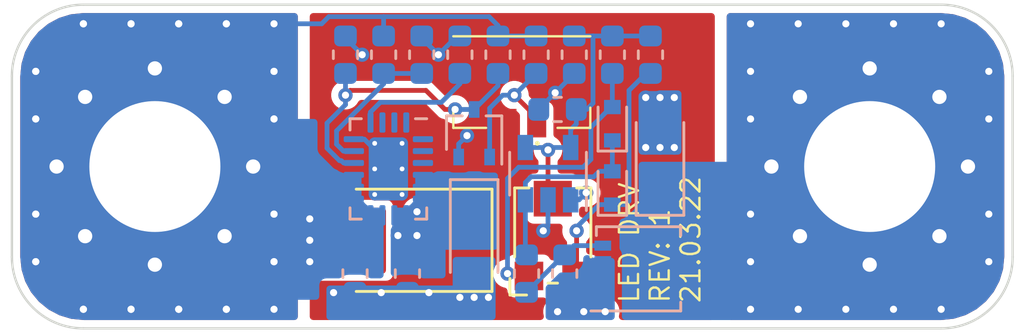
<source format=kicad_pcb>
(kicad_pcb (version 20171130) (host pcbnew "(5.1.5)-3")

  (general
    (thickness 1.6)
    (drawings 15)
    (tracks 195)
    (zones 0)
    (modules 27)
    (nets 20)
  )

  (page A4)
  (layers
    (0 F.Cu signal)
    (1 In1.Cu signal)
    (2 In2.Cu signal)
    (31 B.Cu signal)
    (32 B.Adhes user)
    (33 F.Adhes user)
    (34 B.Paste user)
    (35 F.Paste user)
    (36 B.SilkS user)
    (37 F.SilkS user)
    (38 B.Mask user hide)
    (39 F.Mask user hide)
    (40 Dwgs.User user)
    (41 Cmts.User user)
    (42 Eco1.User user)
    (43 Eco2.User user)
    (44 Edge.Cuts user)
    (45 Margin user)
    (46 B.CrtYd user)
    (47 F.CrtYd user)
    (48 B.Fab user hide)
    (49 F.Fab user)
  )

  (setup
    (last_trace_width 0.2)
    (user_trace_width 0.6)
    (trace_clearance 0.2)
    (zone_clearance 0.3)
    (zone_45_only no)
    (trace_min 0.1)
    (via_size 0.6)
    (via_drill 0.3)
    (via_min_size 0.6)
    (via_min_drill 0.2)
    (uvia_size 0.3)
    (uvia_drill 0.1)
    (uvias_allowed no)
    (uvia_min_size 0.2)
    (uvia_min_drill 0.1)
    (edge_width 0.12)
    (segment_width 0.12)
    (pcb_text_width 0.3)
    (pcb_text_size 1.5 1.5)
    (mod_edge_width 0.12)
    (mod_text_size 1 1)
    (mod_text_width 0.15)
    (pad_size 1.71 2.37)
    (pad_drill 0)
    (pad_to_mask_clearance 0.051)
    (solder_mask_min_width 0.25)
    (aux_axis_origin 0 0)
    (visible_elements 7FFFFFFF)
    (pcbplotparams
      (layerselection 0x010fc_ffffffff)
      (usegerberextensions false)
      (usegerberattributes false)
      (usegerberadvancedattributes false)
      (creategerberjobfile false)
      (excludeedgelayer true)
      (linewidth 0.100000)
      (plotframeref false)
      (viasonmask false)
      (mode 1)
      (useauxorigin false)
      (hpglpennumber 1)
      (hpglpenspeed 20)
      (hpglpendiameter 15.000000)
      (psnegative false)
      (psa4output false)
      (plotreference true)
      (plotvalue true)
      (plotinvisibletext false)
      (padsonsilk false)
      (subtractmaskfromsilk false)
      (outputformat 1)
      (mirror false)
      (drillshape 1)
      (scaleselection 1)
      (outputdirectory ""))
  )

  (net 0 "")
  (net 1 +BATT)
  (net 2 GND)
  (net 3 +12V)
  (net 4 "Net-(R2-Pad2)")
  (net 5 "Net-(R4-Pad1)")
  (net 6 "Net-(D2-Pad1)")
  (net 7 "Net-(Q1-Pad3)")
  (net 8 /eFuse/~EN)
  (net 9 "Net-(D3-Pad2)")
  (net 10 /LED_OUT)
  (net 11 /TRG_THR)
  (net 12 /PWM)
  (net 13 /GATE)
  (net 14 "Net-(U2-Pad20)")
  (net 15 "Net-(U2-Pad19)")
  (net 16 "Net-(U2-Pad18)")
  (net 17 "Net-(U2-Pad3)")
  (net 18 "Net-(U2-Pad2)")
  (net 19 "Net-(U2-Pad1)")

  (net_class Default "This is the default net class."
    (clearance 0.2)
    (trace_width 0.2)
    (via_dia 0.6)
    (via_drill 0.3)
    (uvia_dia 0.3)
    (uvia_drill 0.1)
    (add_net +12V)
    (add_net +BATT)
    (add_net /GATE)
    (add_net /LED_OUT)
    (add_net /PWM)
    (add_net /TRG_THR)
    (add_net /eFuse/~EN)
    (add_net GND)
    (add_net "Net-(D2-Pad1)")
    (add_net "Net-(D3-Pad2)")
    (add_net "Net-(Q1-Pad3)")
    (add_net "Net-(R2-Pad2)")
    (add_net "Net-(R4-Pad1)")
    (add_net "Net-(U2-Pad1)")
    (add_net "Net-(U2-Pad18)")
    (add_net "Net-(U2-Pad19)")
    (add_net "Net-(U2-Pad2)")
    (add_net "Net-(U2-Pad20)")
    (add_net "Net-(U2-Pad3)")
  )

  (net_class Minimal ""
    (clearance 0.1)
    (trace_width 0.1)
    (via_dia 0.6)
    (via_drill 0.2)
    (uvia_dia 0.3)
    (uvia_drill 0.1)
  )

  (module Potentiometer_SMD:Potentiometer_Bourns_TC33X_Vertical (layer F.Cu) (tedit 5C165D15) (tstamp 6058644D)
    (at 151.7 102.8 90)
    (descr "Potentiometer, Bourns, TC33X, Vertical, https://www.bourns.com/pdfs/TC33.pdf")
    (tags "Potentiometer Bourns TC33X Vertical")
    (path /60603BFE)
    (attr smd)
    (fp_text reference RV1 (at 0 -2.5 90) (layer F.SilkS) hide
      (effects (font (size 1 1) (thickness 0.15)))
    )
    (fp_text value 100k (at -3.2 -0.1 180) (layer F.SilkS) hide
      (effects (font (size 0.8 0.8) (thickness 0.1)))
    )
    (fp_text user "Wiper may be\nanywhere within\ncircle shown" (at -0.15 -0.8 90) (layer Cmts.User)
      (effects (font (size 0.15 0.15) (thickness 0.02)))
    )
    (fp_circle (center 0 0) (end 1.8 0) (layer Dwgs.User) (width 0.05))
    (fp_line (start -2.65 1.85) (end -2.65 -1.85) (layer F.CrtYd) (width 0.05))
    (fp_line (start 2.45 1.85) (end -2.65 1.85) (layer F.CrtYd) (width 0.05))
    (fp_line (start 2.45 -1.85) (end 2.45 1.85) (layer F.CrtYd) (width 0.05))
    (fp_line (start -2.65 -1.85) (end 2.45 -1.85) (layer F.CrtYd) (width 0.05))
    (fp_line (start -2.6 -1.8) (end -2.6 -1.1) (layer F.SilkS) (width 0.12))
    (fp_line (start -1.9 -1.8) (end -2.6 -1.8) (layer F.SilkS) (width 0.12))
    (fp_line (start 1.9 1.6) (end 1.9 1) (layer F.SilkS) (width 0.12))
    (fp_line (start -1 1.6) (end 1.9 1.6) (layer F.SilkS) (width 0.12))
    (fp_line (start 1.9 -1.6) (end 1.9 -1) (layer F.SilkS) (width 0.12))
    (fp_line (start -1 -1.6) (end 1.9 -1.6) (layer F.SilkS) (width 0.12))
    (fp_line (start -2.1 -0.2) (end -2.1 0.2) (layer F.SilkS) (width 0.12))
    (fp_text user %R (at 0 0 90) (layer F.Fab)
      (effects (font (size 0.7 0.7) (thickness 0.105)))
    )
    (fp_line (start -1.25 -1.5) (end -2 -0.75) (layer F.Fab) (width 0.1))
    (fp_line (start 1.8 -1.5) (end -1.25 -1.5) (layer F.Fab) (width 0.1))
    (fp_line (start 1.8 1.5) (end 1.8 -1.5) (layer F.Fab) (width 0.1))
    (fp_line (start -2 1.5) (end 1.8 1.5) (layer F.Fab) (width 0.1))
    (fp_line (start -2 -0.75) (end -2 1.5) (layer F.Fab) (width 0.1))
    (fp_circle (center 0 0) (end 1.5 0) (layer F.Fab) (width 0.1))
    (pad 2 smd rect (at 1.45 0 90) (size 1.5 1.6) (layers F.Cu F.Paste F.Mask)
      (net 11 /TRG_THR))
    (pad 3 smd rect (at -1.8 1 90) (size 1.2 1.2) (layers F.Cu F.Paste F.Mask)
      (net 6 "Net-(D2-Pad1)"))
    (pad 1 smd rect (at -1.8 -1 90) (size 1.2 1.2) (layers F.Cu F.Paste F.Mask)
      (net 9 "Net-(D3-Pad2)"))
    (model ${KIPRJMOD}/lib/local.3dshapes/TC-33X-2.stp
      (at (xyz 0 0 0))
      (scale (xyz 1 1 1))
      (rotate (xyz -90 0 -90))
    )
  )

  (module Capacitor_SMD:C_0603_1608Metric (layer B.Cu) (tedit 5B301BBE) (tstamp 605880E1)
    (at 151.9 97.6 180)
    (descr "Capacitor SMD 0603 (1608 Metric), square (rectangular) end terminal, IPC_7351 nominal, (Body size source: http://www.tortai-tech.com/upload/download/2011102023233369053.pdf), generated with kicad-footprint-generator")
    (tags capacitor)
    (path /605FAF98)
    (attr smd)
    (fp_text reference C4 (at 0 1.43) (layer B.SilkS) hide
      (effects (font (size 1 1) (thickness 0.15)) (justify mirror))
    )
    (fp_text value ? (at 0 -1.43) (layer B.Fab)
      (effects (font (size 1 1) (thickness 0.15)) (justify mirror))
    )
    (fp_text user %R (at 0 0) (layer B.Fab)
      (effects (font (size 0.4 0.4) (thickness 0.06)) (justify mirror))
    )
    (fp_line (start 1.48 -0.73) (end -1.48 -0.73) (layer B.CrtYd) (width 0.05))
    (fp_line (start 1.48 0.73) (end 1.48 -0.73) (layer B.CrtYd) (width 0.05))
    (fp_line (start -1.48 0.73) (end 1.48 0.73) (layer B.CrtYd) (width 0.05))
    (fp_line (start -1.48 -0.73) (end -1.48 0.73) (layer B.CrtYd) (width 0.05))
    (fp_line (start -0.162779 -0.51) (end 0.162779 -0.51) (layer B.SilkS) (width 0.12))
    (fp_line (start -0.162779 0.51) (end 0.162779 0.51) (layer B.SilkS) (width 0.12))
    (fp_line (start 0.8 -0.4) (end -0.8 -0.4) (layer B.Fab) (width 0.1))
    (fp_line (start 0.8 0.4) (end 0.8 -0.4) (layer B.Fab) (width 0.1))
    (fp_line (start -0.8 0.4) (end 0.8 0.4) (layer B.Fab) (width 0.1))
    (fp_line (start -0.8 -0.4) (end -0.8 0.4) (layer B.Fab) (width 0.1))
    (pad 2 smd roundrect (at 0.7875 0 180) (size 0.875 0.95) (layers B.Cu B.Paste B.Mask) (roundrect_rratio 0.25)
      (net 2 GND))
    (pad 1 smd roundrect (at -0.7875 0 180) (size 0.875 0.95) (layers B.Cu B.Paste B.Mask) (roundrect_rratio 0.25)
      (net 11 /TRG_THR))
    (model ${KISYS3DMOD}/Capacitor_SMD.3dshapes/C_0603_1608Metric.wrl
      (at (xyz 0 0 0))
      (scale (xyz 1 1 1))
      (rotate (xyz 0 0 0))
    )
  )

  (module Diode_SMD:D_SOD-123 (layer B.Cu) (tedit 58645DC7) (tstamp 60586B03)
    (at 156.2 99.8 90)
    (descr SOD-123)
    (tags SOD-123)
    (path /605F3A3F)
    (attr smd)
    (fp_text reference D5 (at 0 2 90) (layer B.SilkS) hide
      (effects (font (size 1 1) (thickness 0.15)) (justify mirror))
    )
    (fp_text value D_Schottky (at 0 -2.1 90) (layer B.Fab)
      (effects (font (size 1 1) (thickness 0.15)) (justify mirror))
    )
    (fp_line (start -2.25 1) (end 1.65 1) (layer B.SilkS) (width 0.12))
    (fp_line (start -2.25 -1) (end 1.65 -1) (layer B.SilkS) (width 0.12))
    (fp_line (start -2.35 1.15) (end -2.35 -1.15) (layer B.CrtYd) (width 0.05))
    (fp_line (start 2.35 -1.15) (end -2.35 -1.15) (layer B.CrtYd) (width 0.05))
    (fp_line (start 2.35 1.15) (end 2.35 -1.15) (layer B.CrtYd) (width 0.05))
    (fp_line (start -2.35 1.15) (end 2.35 1.15) (layer B.CrtYd) (width 0.05))
    (fp_line (start -1.4 0.9) (end 1.4 0.9) (layer B.Fab) (width 0.1))
    (fp_line (start 1.4 0.9) (end 1.4 -0.9) (layer B.Fab) (width 0.1))
    (fp_line (start 1.4 -0.9) (end -1.4 -0.9) (layer B.Fab) (width 0.1))
    (fp_line (start -1.4 -0.9) (end -1.4 0.9) (layer B.Fab) (width 0.1))
    (fp_line (start -0.75 0) (end -0.35 0) (layer B.Fab) (width 0.1))
    (fp_line (start -0.35 0) (end -0.35 0.55) (layer B.Fab) (width 0.1))
    (fp_line (start -0.35 0) (end -0.35 -0.55) (layer B.Fab) (width 0.1))
    (fp_line (start -0.35 0) (end 0.25 0.4) (layer B.Fab) (width 0.1))
    (fp_line (start 0.25 0.4) (end 0.25 -0.4) (layer B.Fab) (width 0.1))
    (fp_line (start 0.25 -0.4) (end -0.35 0) (layer B.Fab) (width 0.1))
    (fp_line (start 0.25 0) (end 0.75 0) (layer B.Fab) (width 0.1))
    (fp_line (start -2.25 1) (end -2.25 -1) (layer B.SilkS) (width 0.12))
    (fp_text user %R (at 0 2 90) (layer B.Fab)
      (effects (font (size 1 1) (thickness 0.15)) (justify mirror))
    )
    (pad 2 smd rect (at 1.65 0 90) (size 0.9 1.2) (layers B.Cu B.Paste B.Mask)
      (net 2 GND))
    (pad 1 smd rect (at -1.65 0 90) (size 0.9 1.2) (layers B.Cu B.Paste B.Mask)
      (net 10 /LED_OUT))
    (model ${KISYS3DMOD}/Diode_SMD.3dshapes/D_SOD-123.wrl
      (at (xyz 0 0 0))
      (scale (xyz 1 1 1))
      (rotate (xyz 0 0 0))
    )
  )

  (module Resistor_SMD:R_0603_1608Metric (layer B.Cu) (tedit 5B301BBD) (tstamp 60585DB4)
    (at 150.6 104.5 90)
    (descr "Resistor SMD 0603 (1608 Metric), square (rectangular) end terminal, IPC_7351 nominal, (Body size source: http://www.tortai-tech.com/upload/download/2011102023233369053.pdf), generated with kicad-footprint-generator")
    (tags resistor)
    (path /605DBCDE)
    (attr smd)
    (fp_text reference R10 (at 0 1.43 90) (layer B.SilkS) hide
      (effects (font (size 1 1) (thickness 0.15)) (justify mirror))
    )
    (fp_text value 1k (at 0 -1.43 90) (layer B.Fab)
      (effects (font (size 1 1) (thickness 0.15)) (justify mirror))
    )
    (fp_text user %R (at 0 0 90) (layer B.Fab)
      (effects (font (size 0.4 0.4) (thickness 0.06)) (justify mirror))
    )
    (fp_line (start 1.48 -0.73) (end -1.48 -0.73) (layer B.CrtYd) (width 0.05))
    (fp_line (start 1.48 0.73) (end 1.48 -0.73) (layer B.CrtYd) (width 0.05))
    (fp_line (start -1.48 0.73) (end 1.48 0.73) (layer B.CrtYd) (width 0.05))
    (fp_line (start -1.48 -0.73) (end -1.48 0.73) (layer B.CrtYd) (width 0.05))
    (fp_line (start -0.162779 -0.51) (end 0.162779 -0.51) (layer B.SilkS) (width 0.12))
    (fp_line (start -0.162779 0.51) (end 0.162779 0.51) (layer B.SilkS) (width 0.12))
    (fp_line (start 0.8 -0.4) (end -0.8 -0.4) (layer B.Fab) (width 0.1))
    (fp_line (start 0.8 0.4) (end 0.8 -0.4) (layer B.Fab) (width 0.1))
    (fp_line (start -0.8 0.4) (end 0.8 0.4) (layer B.Fab) (width 0.1))
    (fp_line (start -0.8 -0.4) (end -0.8 0.4) (layer B.Fab) (width 0.1))
    (pad 2 smd roundrect (at 0.7875 0 90) (size 0.875 0.95) (layers B.Cu B.Paste B.Mask) (roundrect_rratio 0.25)
      (net 12 /PWM))
    (pad 1 smd roundrect (at -0.7875 0 90) (size 0.875 0.95) (layers B.Cu B.Paste B.Mask) (roundrect_rratio 0.25)
      (net 13 /GATE))
    (model ${KISYS3DMOD}/Resistor_SMD.3dshapes/R_0603_1608Metric.wrl
      (at (xyz 0 0 0))
      (scale (xyz 1 1 1))
      (rotate (xyz 0 0 0))
    )
  )

  (module Resistor_SMD:R_0603_1608Metric (layer B.Cu) (tedit 5B301BBD) (tstamp 60585DE4)
    (at 152.2 104.5 270)
    (descr "Resistor SMD 0603 (1608 Metric), square (rectangular) end terminal, IPC_7351 nominal, (Body size source: http://www.tortai-tech.com/upload/download/2011102023233369053.pdf), generated with kicad-footprint-generator")
    (tags resistor)
    (path /605DA1F6)
    (attr smd)
    (fp_text reference R9 (at 0 1.43 90) (layer B.SilkS) hide
      (effects (font (size 1 1) (thickness 0.15)) (justify mirror))
    )
    (fp_text value 100k (at 0 -1.43 90) (layer B.Fab)
      (effects (font (size 1 1) (thickness 0.15)) (justify mirror))
    )
    (fp_text user %R (at 0 0 90) (layer B.Fab)
      (effects (font (size 0.4 0.4) (thickness 0.06)) (justify mirror))
    )
    (fp_line (start 1.48 -0.73) (end -1.48 -0.73) (layer B.CrtYd) (width 0.05))
    (fp_line (start 1.48 0.73) (end 1.48 -0.73) (layer B.CrtYd) (width 0.05))
    (fp_line (start -1.48 0.73) (end 1.48 0.73) (layer B.CrtYd) (width 0.05))
    (fp_line (start -1.48 -0.73) (end -1.48 0.73) (layer B.CrtYd) (width 0.05))
    (fp_line (start -0.162779 -0.51) (end 0.162779 -0.51) (layer B.SilkS) (width 0.12))
    (fp_line (start -0.162779 0.51) (end 0.162779 0.51) (layer B.SilkS) (width 0.12))
    (fp_line (start 0.8 -0.4) (end -0.8 -0.4) (layer B.Fab) (width 0.1))
    (fp_line (start 0.8 0.4) (end 0.8 -0.4) (layer B.Fab) (width 0.1))
    (fp_line (start -0.8 0.4) (end 0.8 0.4) (layer B.Fab) (width 0.1))
    (fp_line (start -0.8 -0.4) (end -0.8 0.4) (layer B.Fab) (width 0.1))
    (pad 2 smd roundrect (at 0.7875 0 270) (size 0.875 0.95) (layers B.Cu B.Paste B.Mask) (roundrect_rratio 0.25)
      (net 3 +12V))
    (pad 1 smd roundrect (at -0.7875 0 270) (size 0.875 0.95) (layers B.Cu B.Paste B.Mask) (roundrect_rratio 0.25)
      (net 13 /GATE))
    (model ${KISYS3DMOD}/Resistor_SMD.3dshapes/R_0603_1608Metric.wrl
      (at (xyz 0 0 0))
      (scale (xyz 1 1 1))
      (rotate (xyz 0 0 0))
    )
  )

  (module local:Molex_Micro-Lock_5055680271_1x02_P1.25_Vertical (layer F.Cu) (tedit 600D80FC) (tstamp 60585E1D)
    (at 150.4 96.8)
    (descr 505568-0271_1)
    (tags Connector)
    (path /605A6C53)
    (attr smd)
    (fp_text reference J3 (at -3.1 -4.1) (layer F.SilkS) hide
      (effects (font (size 1 1) (thickness 0.15)))
    )
    (fp_text value Conn_01x02 (at 0 0) (layer F.SilkS) hide
      (effects (font (size 1.27 1.27) (thickness 0.254)))
    )
    (fp_arc (start 0.65 2.225) (end 0.6 2.225) (angle -180) (layer F.SilkS) (width 0.1))
    (fp_arc (start 0.65 2.225) (end 0.7 2.225) (angle -180) (layer F.SilkS) (width 0.1))
    (fp_line (start 0.6 2.225) (end 0.6 2.225) (layer F.SilkS) (width 0.1))
    (fp_line (start 0.7 2.225) (end 0.7 2.225) (layer F.SilkS) (width 0.1))
    (fp_line (start -2.875 1.575) (end -1.5 1.575) (layer F.SilkS) (width 0.1))
    (fp_line (start -2.875 0.725) (end -2.875 1.575) (layer F.SilkS) (width 0.1))
    (fp_line (start 2.875 1.575) (end 1.5 1.575) (layer F.SilkS) (width 0.1))
    (fp_line (start 2.875 0.725) (end 2.875 1.575) (layer F.SilkS) (width 0.1))
    (fp_line (start 2.875 -2.275) (end -2.875 -2.275) (layer F.SilkS) (width 0.1))
    (fp_line (start 4.175 3.275) (end 4.175 -3.275) (layer F.CrtYd) (width 0.1))
    (fp_line (start -4.175 3.275) (end 4.175 3.275) (layer F.CrtYd) (width 0.1))
    (fp_line (start -4.175 -3.275) (end -4.175 3.275) (layer F.CrtYd) (width 0.1))
    (fp_line (start 4.175 -3.275) (end -4.175 -3.275) (layer F.CrtYd) (width 0.1))
    (fp_line (start 2.875 1.575) (end 2.875 -2.275) (layer F.Fab) (width 0.2))
    (fp_line (start -2.875 1.575) (end 2.875 1.575) (layer F.Fab) (width 0.2))
    (fp_line (start -2.875 -2.275) (end -2.875 1.575) (layer F.Fab) (width 0.2))
    (fp_line (start 2.875 -2.275) (end -2.875 -2.275) (layer F.Fab) (width 0.2))
    (fp_text user %R (at 0 0) (layer F.Fab)
      (effects (font (size 1.27 1.27) (thickness 0.254)))
    )
    (pad MP smd rect (at -2.525 -0.92) (size 1.3 2.15) (layers F.Cu F.Paste F.Mask)
      (net 2 GND))
    (pad MP smd rect (at 2.525 -0.92) (size 1.3 2.15) (layers F.Cu F.Paste F.Mask)
      (net 2 GND))
    (pad 2 smd rect (at -0.625 1.375) (size 0.8 1.2) (layers F.Cu F.Paste F.Mask)
      (net 2 GND))
    (pad 1 smd rect (at 0.625 1.375) (size 0.8 1.2) (layers F.Cu F.Paste F.Mask)
      (net 8 /eFuse/~EN))
    (model ${KIPRJMOD}/lib/local.3dshapes/Molex_Micro-Lock_5055680271_1x02_P1.25_Vertical.stp
      (offset (xyz -4.8 -35 7.5))
      (scale (xyz 1 1 1))
      (rotate (xyz -90 0 180))
    )
  )

  (module Diode_SMD:D_SMB (layer F.Cu) (tedit 58645DF3) (tstamp 60585E66)
    (at 145.6 103.1 180)
    (descr "Diode SMB (DO-214AA)")
    (tags "Diode SMB (DO-214AA)")
    (path /605DFCB2)
    (attr smd)
    (fp_text reference D4 (at 0 -3) (layer F.SilkS) hide
      (effects (font (size 1 1) (thickness 0.15)))
    )
    (fp_text value D_TVS (at 0 3.1) (layer F.Fab)
      (effects (font (size 1 1) (thickness 0.15)))
    )
    (fp_line (start -3.55 -2.15) (end 2.15 -2.15) (layer F.SilkS) (width 0.12))
    (fp_line (start -3.55 2.15) (end 2.15 2.15) (layer F.SilkS) (width 0.12))
    (fp_line (start -0.64944 0.00102) (end 0.50118 -0.79908) (layer F.Fab) (width 0.1))
    (fp_line (start -0.64944 0.00102) (end 0.50118 0.75032) (layer F.Fab) (width 0.1))
    (fp_line (start 0.50118 0.75032) (end 0.50118 -0.79908) (layer F.Fab) (width 0.1))
    (fp_line (start -0.64944 -0.79908) (end -0.64944 0.80112) (layer F.Fab) (width 0.1))
    (fp_line (start 0.50118 0.00102) (end 1.4994 0.00102) (layer F.Fab) (width 0.1))
    (fp_line (start -0.64944 0.00102) (end -1.55114 0.00102) (layer F.Fab) (width 0.1))
    (fp_line (start -3.65 2.25) (end -3.65 -2.25) (layer F.CrtYd) (width 0.05))
    (fp_line (start 3.65 2.25) (end -3.65 2.25) (layer F.CrtYd) (width 0.05))
    (fp_line (start 3.65 -2.25) (end 3.65 2.25) (layer F.CrtYd) (width 0.05))
    (fp_line (start -3.65 -2.25) (end 3.65 -2.25) (layer F.CrtYd) (width 0.05))
    (fp_line (start 2.3 -2) (end -2.3 -2) (layer F.Fab) (width 0.1))
    (fp_line (start 2.3 -2) (end 2.3 2) (layer F.Fab) (width 0.1))
    (fp_line (start -2.3 2) (end -2.3 -2) (layer F.Fab) (width 0.1))
    (fp_line (start 2.3 2) (end -2.3 2) (layer F.Fab) (width 0.1))
    (fp_line (start -3.55 -2.15) (end -3.55 2.15) (layer F.SilkS) (width 0.12))
    (fp_text user %R (at 0 -3) (layer F.Fab)
      (effects (font (size 1 1) (thickness 0.15)))
    )
    (pad 2 smd rect (at 2.15 0 180) (size 2.5 2.3) (layers F.Cu F.Paste F.Mask)
      (net 1 +BATT))
    (pad 1 smd rect (at -2.15 0 180) (size 2.5 2.3) (layers F.Cu F.Paste F.Mask)
      (net 2 GND))
    (model ${KISYS3DMOD}/Diode_SMD.3dshapes/D_SMB.wrl
      (at (xyz 0 0 0))
      (scale (xyz 1 1 1))
      (rotate (xyz 0 0 0))
    )
  )

  (module Package_SON:Diodes_PowerDI3333-8 (layer B.Cu) (tedit 6057C1E1) (tstamp 60585CF1)
    (at 155.3 104.3)
    (descr "Diodes Incorporated PowerDI3333-8, Plastic Dual Flat No Lead Package, 3.3x3.3x0.8mm Body, https://www.diodes.com/assets/Package-Files/PowerDI3333-8.pdf")
    (tags "PowerDI 0.65")
    (path /605D4FD1)
    (attr smd)
    (fp_text reference Q2 (at 0 2.65) (layer B.SilkS) hide
      (effects (font (size 1 1) (thickness 0.15)) (justify mirror))
    )
    (fp_text value DMP3013SFV (at 0 -2.65) (layer B.Fab)
      (effects (font (size 1 1) (thickness 0.15)) (justify mirror))
    )
    (fp_line (start -1.77 -1.77) (end -1.77 -1.4) (layer B.SilkS) (width 0.12))
    (fp_line (start 1.77 -1.77) (end 1.77 -1.4) (layer B.SilkS) (width 0.12))
    (fp_line (start 1.77 1.77) (end 1.77 1.4) (layer B.SilkS) (width 0.12))
    (fp_line (start -1.65 0.825) (end -1.65 -1.65) (layer B.Fab) (width 0.1))
    (fp_line (start -1.65 -1.65) (end 1.65 -1.65) (layer B.Fab) (width 0.1))
    (fp_line (start 1.65 -1.65) (end 1.65 1.65) (layer B.Fab) (width 0.1))
    (fp_line (start 1.65 1.65) (end -0.825 1.65) (layer B.Fab) (width 0.1))
    (fp_line (start -0.825 1.65) (end -1.65 0.825) (layer B.Fab) (width 0.1))
    (fp_line (start -1.77 -1.77) (end 1.77 -1.77) (layer B.SilkS) (width 0.12))
    (fp_line (start 1.77 1.77) (end -2 1.77) (layer B.SilkS) (width 0.12))
    (fp_line (start -2.1 1.9) (end -2.1 -1.9) (layer B.CrtYd) (width 0.05))
    (fp_line (start -2.1 -1.9) (end 2.1 -1.9) (layer B.CrtYd) (width 0.05))
    (fp_line (start 2.1 -1.9) (end 2.1 1.9) (layer B.CrtYd) (width 0.05))
    (fp_line (start 2.1 1.9) (end -2.1 1.9) (layer B.CrtYd) (width 0.05))
    (fp_text user %R (at 0 0) (layer B.Fab)
      (effects (font (size 0.7 0.7) (thickness 0.1)) (justify mirror))
    )
    (pad "" smd rect (at 0.02 -0.565) (size 0.6 1) (layers B.Paste)
      (solder_paste_margin_ratio -0.2))
    (pad "" smd rect (at 0.73 -0.565) (size 0.6 1) (layers B.Paste)
      (solder_paste_margin_ratio -0.2))
    (pad 5 smd custom (at 0.455 0) (size 1.71 2.37) (layers B.Cu B.Mask)
      (net 10 /LED_OUT) (zone_connect 2)
      (options (clearance outline) (anchor rect))
      (primitives
        (gr_poly (pts
           (xy 0.855 -1.185) (xy 1.395 -1.185) (xy 1.395 -0.765) (xy 0.855 -0.765)) (width 0))
        (gr_poly (pts
           (xy 0.855 -0.535) (xy 1.395 -0.535) (xy 1.395 -0.115) (xy 0.855 -0.115)) (width 0))
        (gr_poly (pts
           (xy 0.855 0.115) (xy 1.395 0.115) (xy 1.395 0.535) (xy 0.855 0.535)) (width 0))
        (gr_poly (pts
           (xy 0.855 0.765) (xy 1.395 0.765) (xy 1.395 1.185) (xy 0.855 1.185)) (width 0))
      ))
    (pad "" smd rect (at 0.73 0.565) (size 0.6 1) (layers B.Paste)
      (solder_paste_margin_ratio -0.2))
    (pad "" smd rect (at 0.02 0.565) (size 0.6 1) (layers B.Paste)
      (solder_paste_margin_ratio -0.2))
    (pad 4 smd rect (at -1.5 -0.975) (size 0.7 0.42) (layers B.Cu B.Paste B.Mask)
      (net 13 /GATE))
    (pad 2 smd rect (at -1.5 0.325) (size 0.7 0.42) (layers B.Cu B.Paste B.Mask)
      (net 3 +12V))
    (pad 3 smd rect (at -1.5 -0.325) (size 0.7 0.42) (layers B.Cu B.Paste B.Mask)
      (net 3 +12V))
    (pad 1 smd rect (at -1.5 0.975) (size 0.7 0.42) (layers B.Cu B.Paste B.Mask)
      (net 3 +12V))
    (pad "" smd rect (at 1.5 -0.975) (size 0.7 0.42) (layers B.Paste))
    (pad "" smd rect (at 1.5 -0.325) (size 0.7 0.42) (layers B.Paste))
    (pad "" smd rect (at 1.5 0.325) (size 0.7 0.42) (layers B.Paste))
    (pad "" smd rect (at 1.5 0.975) (size 0.7 0.42) (layers B.Paste))
    (model ${KISYS3DMOD}/Package_SON.3dshapes/Diodes_PowerDI3333-8.wrl
      (at (xyz 0 0 0))
      (scale (xyz 1 1 1))
      (rotate (xyz 0 0 0))
    )
  )

  (module Diode_SMD:D_SOD-523 (layer B.Cu) (tedit 586419F0) (tstamp 60585D46)
    (at 154.2 98.2 90)
    (descr "http://www.diodes.com/datasheets/ap02001.pdf p.144")
    (tags "Diode SOD523")
    (path /605CB3AD)
    (attr smd)
    (fp_text reference D3 (at 0 1.3 90) (layer B.SilkS) hide
      (effects (font (size 1 1) (thickness 0.15)) (justify mirror))
    )
    (fp_text value RB751S40T5G (at 0 -1.4 90) (layer B.Fab)
      (effects (font (size 1 1) (thickness 0.15)) (justify mirror))
    )
    (fp_line (start 0.7 -0.6) (end -1.15 -0.6) (layer B.SilkS) (width 0.12))
    (fp_line (start 0.7 0.6) (end -1.15 0.6) (layer B.SilkS) (width 0.12))
    (fp_line (start 0.65 -0.45) (end -0.65 -0.45) (layer B.Fab) (width 0.1))
    (fp_line (start -0.65 -0.45) (end -0.65 0.45) (layer B.Fab) (width 0.1))
    (fp_line (start -0.65 0.45) (end 0.65 0.45) (layer B.Fab) (width 0.1))
    (fp_line (start 0.65 0.45) (end 0.65 -0.45) (layer B.Fab) (width 0.1))
    (fp_line (start -0.2 -0.2) (end -0.2 0.2) (layer B.Fab) (width 0.1))
    (fp_line (start -0.2 0) (end -0.35 0) (layer B.Fab) (width 0.1))
    (fp_line (start -0.2 0) (end 0.1 -0.2) (layer B.Fab) (width 0.1))
    (fp_line (start 0.1 -0.2) (end 0.1 0.2) (layer B.Fab) (width 0.1))
    (fp_line (start 0.1 0.2) (end -0.2 0) (layer B.Fab) (width 0.1))
    (fp_line (start 0.1 0) (end 0.25 0) (layer B.Fab) (width 0.1))
    (fp_line (start 1.25 -0.7) (end -1.25 -0.7) (layer B.CrtYd) (width 0.05))
    (fp_line (start -1.25 -0.7) (end -1.25 0.7) (layer B.CrtYd) (width 0.05))
    (fp_line (start -1.25 0.7) (end 1.25 0.7) (layer B.CrtYd) (width 0.05))
    (fp_line (start 1.25 0.7) (end 1.25 -0.7) (layer B.CrtYd) (width 0.05))
    (fp_line (start -1.15 0.6) (end -1.15 -0.6) (layer B.SilkS) (width 0.12))
    (fp_text user %R (at 0 1.3 90) (layer B.Fab)
      (effects (font (size 1 1) (thickness 0.15)) (justify mirror))
    )
    (pad 1 smd rect (at -0.7 0 270) (size 0.6 0.7) (layers B.Cu B.Paste B.Mask)
      (net 12 /PWM))
    (pad 2 smd rect (at 0.7 0 270) (size 0.6 0.7) (layers B.Cu B.Paste B.Mask)
      (net 9 "Net-(D3-Pad2)"))
    (model ${KISYS3DMOD}/Diode_SMD.3dshapes/D_SOD-523.wrl
      (at (xyz 0 0 0))
      (scale (xyz 1 1 1))
      (rotate (xyz 0 0 0))
    )
  )

  (module Capacitor_SMD:C_0603_1608Metric (layer B.Cu) (tedit 5B301BBE) (tstamp 60585D84)
    (at 152.6 95.3 270)
    (descr "Capacitor SMD 0603 (1608 Metric), square (rectangular) end terminal, IPC_7351 nominal, (Body size source: http://www.tortai-tech.com/upload/download/2011102023233369053.pdf), generated with kicad-footprint-generator")
    (tags capacitor)
    (path /605C7F25)
    (attr smd)
    (fp_text reference C3 (at 0 1.43 90) (layer B.SilkS) hide
      (effects (font (size 1 1) (thickness 0.15)) (justify mirror))
    )
    (fp_text value "2.2uF 16V" (at 0 -1.43 90) (layer B.Fab)
      (effects (font (size 1 1) (thickness 0.15)) (justify mirror))
    )
    (fp_text user %R (at 0 0 90) (layer B.Fab)
      (effects (font (size 0.4 0.4) (thickness 0.06)) (justify mirror))
    )
    (fp_line (start 1.48 -0.73) (end -1.48 -0.73) (layer B.CrtYd) (width 0.05))
    (fp_line (start 1.48 0.73) (end 1.48 -0.73) (layer B.CrtYd) (width 0.05))
    (fp_line (start -1.48 0.73) (end 1.48 0.73) (layer B.CrtYd) (width 0.05))
    (fp_line (start -1.48 -0.73) (end -1.48 0.73) (layer B.CrtYd) (width 0.05))
    (fp_line (start -0.162779 -0.51) (end 0.162779 -0.51) (layer B.SilkS) (width 0.12))
    (fp_line (start -0.162779 0.51) (end 0.162779 0.51) (layer B.SilkS) (width 0.12))
    (fp_line (start 0.8 -0.4) (end -0.8 -0.4) (layer B.Fab) (width 0.1))
    (fp_line (start 0.8 0.4) (end 0.8 -0.4) (layer B.Fab) (width 0.1))
    (fp_line (start -0.8 0.4) (end 0.8 0.4) (layer B.Fab) (width 0.1))
    (fp_line (start -0.8 -0.4) (end -0.8 0.4) (layer B.Fab) (width 0.1))
    (pad 2 smd roundrect (at 0.7875 0 270) (size 0.875 0.95) (layers B.Cu B.Paste B.Mask) (roundrect_rratio 0.25)
      (net 2 GND))
    (pad 1 smd roundrect (at -0.7875 0 270) (size 0.875 0.95) (layers B.Cu B.Paste B.Mask) (roundrect_rratio 0.25)
      (net 11 /TRG_THR))
    (model ${KISYS3DMOD}/Capacitor_SMD.3dshapes/C_0603_1608Metric.wrl
      (at (xyz 0 0 0))
      (scale (xyz 1 1 1))
      (rotate (xyz 0 0 0))
    )
  )

  (module Capacitor_SMD:C_0603_1608Metric (layer B.Cu) (tedit 5B301BBE) (tstamp 60585FD9)
    (at 145.6 104.5 270)
    (descr "Capacitor SMD 0603 (1608 Metric), square (rectangular) end terminal, IPC_7351 nominal, (Body size source: http://www.tortai-tech.com/upload/download/2011102023233369053.pdf), generated with kicad-footprint-generator")
    (tags capacitor)
    (path /60571B7C/605BFAEA)
    (attr smd)
    (fp_text reference C1 (at 0 1.43 90) (layer B.SilkS) hide
      (effects (font (size 1 1) (thickness 0.15)) (justify mirror))
    )
    (fp_text value "0.1 uF" (at 0 -1.43 90) (layer B.Fab) hide
      (effects (font (size 1 1) (thickness 0.15)) (justify mirror))
    )
    (fp_text user %R (at 0 0 90) (layer B.Fab)
      (effects (font (size 0.4 0.4) (thickness 0.06)) (justify mirror))
    )
    (fp_line (start 1.48 -0.73) (end -1.48 -0.73) (layer B.CrtYd) (width 0.05))
    (fp_line (start 1.48 0.73) (end 1.48 -0.73) (layer B.CrtYd) (width 0.05))
    (fp_line (start -1.48 0.73) (end 1.48 0.73) (layer B.CrtYd) (width 0.05))
    (fp_line (start -1.48 -0.73) (end -1.48 0.73) (layer B.CrtYd) (width 0.05))
    (fp_line (start -0.162779 -0.51) (end 0.162779 -0.51) (layer B.SilkS) (width 0.12))
    (fp_line (start -0.162779 0.51) (end 0.162779 0.51) (layer B.SilkS) (width 0.12))
    (fp_line (start 0.8 -0.4) (end -0.8 -0.4) (layer B.Fab) (width 0.1))
    (fp_line (start 0.8 0.4) (end 0.8 -0.4) (layer B.Fab) (width 0.1))
    (fp_line (start -0.8 0.4) (end 0.8 0.4) (layer B.Fab) (width 0.1))
    (fp_line (start -0.8 -0.4) (end -0.8 0.4) (layer B.Fab) (width 0.1))
    (pad 2 smd roundrect (at 0.7875 0 270) (size 0.875 0.95) (layers B.Cu B.Paste B.Mask) (roundrect_rratio 0.25)
      (net 2 GND))
    (pad 1 smd roundrect (at -0.7875 0 270) (size 0.875 0.95) (layers B.Cu B.Paste B.Mask) (roundrect_rratio 0.25)
      (net 3 +12V))
    (model ${KISYS3DMOD}/Capacitor_SMD.3dshapes/C_0603_1608Metric.wrl
      (at (xyz 0 0 0))
      (scale (xyz 1 1 1))
      (rotate (xyz 0 0 0))
    )
  )

  (module Resistor_SMD:R_0603_1608Metric (layer B.Cu) (tedit 5B301BBD) (tstamp 60585F79)
    (at 154.2 95.3 90)
    (descr "Resistor SMD 0603 (1608 Metric), square (rectangular) end terminal, IPC_7351 nominal, (Body size source: http://www.tortai-tech.com/upload/download/2011102023233369053.pdf), generated with kicad-footprint-generator")
    (tags resistor)
    (path /605ACB35)
    (attr smd)
    (fp_text reference R8 (at 0 1.43 90 unlocked) (layer B.SilkS) hide
      (effects (font (size 1 1) (thickness 0.15)) (justify mirror))
    )
    (fp_text value R (at 0 -1.43 90 unlocked) (layer B.Fab) hide
      (effects (font (size 1 1) (thickness 0.15)) (justify mirror))
    )
    (fp_text user %R (at 0 0 90 unlocked) (layer B.Fab) hide
      (effects (font (size 0.4 0.4) (thickness 0.06)) (justify mirror))
    )
    (fp_line (start 1.48 -0.73) (end -1.48 -0.73) (layer B.CrtYd) (width 0.05))
    (fp_line (start 1.48 0.73) (end 1.48 -0.73) (layer B.CrtYd) (width 0.05))
    (fp_line (start -1.48 0.73) (end 1.48 0.73) (layer B.CrtYd) (width 0.05))
    (fp_line (start -1.48 -0.73) (end -1.48 0.73) (layer B.CrtYd) (width 0.05))
    (fp_line (start -0.162779 -0.51) (end 0.162779 -0.51) (layer B.SilkS) (width 0.12))
    (fp_line (start -0.162779 0.51) (end 0.162779 0.51) (layer B.SilkS) (width 0.12))
    (fp_line (start 0.8 -0.4) (end -0.8 -0.4) (layer B.Fab) (width 0.1))
    (fp_line (start 0.8 0.4) (end 0.8 -0.4) (layer B.Fab) (width 0.1))
    (fp_line (start -0.8 0.4) (end 0.8 0.4) (layer B.Fab) (width 0.1))
    (fp_line (start -0.8 -0.4) (end -0.8 0.4) (layer B.Fab) (width 0.1))
    (pad 2 smd roundrect (at 0.7875 0 90) (size 0.875 0.95) (layers B.Cu B.Paste B.Mask) (roundrect_rratio 0.25)
      (net 11 /TRG_THR))
    (pad 1 smd roundrect (at -0.7875 0 90) (size 0.875 0.95) (layers B.Cu B.Paste B.Mask) (roundrect_rratio 0.25)
      (net 9 "Net-(D3-Pad2)"))
    (model ${KISYS3DMOD}/Resistor_SMD.3dshapes/R_0603_1608Metric.wrl
      (at (xyz 0 0 0))
      (scale (xyz 1 1 1))
      (rotate (xyz 0 0 0))
    )
  )

  (module Resistor_SMD:R_0603_1608Metric (layer B.Cu) (tedit 5B301BBD) (tstamp 60585EC8)
    (at 155.8 95.3 90)
    (descr "Resistor SMD 0603 (1608 Metric), square (rectangular) end terminal, IPC_7351 nominal, (Body size source: http://www.tortai-tech.com/upload/download/2011102023233369053.pdf), generated with kicad-footprint-generator")
    (tags resistor)
    (path /605ABD01)
    (attr smd)
    (fp_text reference R7 (at 0 1.43 90 unlocked) (layer B.SilkS) hide
      (effects (font (size 1 1) (thickness 0.15)) (justify mirror))
    )
    (fp_text value R (at 0 -1.43 90 unlocked) (layer B.Fab) hide
      (effects (font (size 1 1) (thickness 0.15)) (justify mirror))
    )
    (fp_text user %R (at 0 0 90 unlocked) (layer B.Fab) hide
      (effects (font (size 0.4 0.4) (thickness 0.06)) (justify mirror))
    )
    (fp_line (start 1.48 -0.73) (end -1.48 -0.73) (layer B.CrtYd) (width 0.05))
    (fp_line (start 1.48 0.73) (end 1.48 -0.73) (layer B.CrtYd) (width 0.05))
    (fp_line (start -1.48 0.73) (end 1.48 0.73) (layer B.CrtYd) (width 0.05))
    (fp_line (start -1.48 -0.73) (end -1.48 0.73) (layer B.CrtYd) (width 0.05))
    (fp_line (start -0.162779 -0.51) (end 0.162779 -0.51) (layer B.SilkS) (width 0.12))
    (fp_line (start -0.162779 0.51) (end 0.162779 0.51) (layer B.SilkS) (width 0.12))
    (fp_line (start 0.8 -0.4) (end -0.8 -0.4) (layer B.Fab) (width 0.1))
    (fp_line (start 0.8 0.4) (end 0.8 -0.4) (layer B.Fab) (width 0.1))
    (fp_line (start -0.8 0.4) (end 0.8 0.4) (layer B.Fab) (width 0.1))
    (fp_line (start -0.8 -0.4) (end -0.8 0.4) (layer B.Fab) (width 0.1))
    (pad 2 smd roundrect (at 0.7875 0 90) (size 0.875 0.95) (layers B.Cu B.Paste B.Mask) (roundrect_rratio 0.25)
      (net 11 /TRG_THR))
    (pad 1 smd roundrect (at -0.7875 0 90) (size 0.875 0.95) (layers B.Cu B.Paste B.Mask) (roundrect_rratio 0.25)
      (net 6 "Net-(D2-Pad1)"))
    (model ${KISYS3DMOD}/Resistor_SMD.3dshapes/R_0603_1608Metric.wrl
      (at (xyz 0 0 0))
      (scale (xyz 1 1 1))
      (rotate (xyz 0 0 0))
    )
  )

  (module Resistor_SMD:R_0603_1608Metric (layer B.Cu) (tedit 5B301BBD) (tstamp 60585FA9)
    (at 151 95.3 270)
    (descr "Resistor SMD 0603 (1608 Metric), square (rectangular) end terminal, IPC_7351 nominal, (Body size source: http://www.tortai-tech.com/upload/download/2011102023233369053.pdf), generated with kicad-footprint-generator")
    (tags resistor)
    (path /60571B7C/605946A8)
    (attr smd)
    (fp_text reference R6 (at 0 1.43 270 unlocked) (layer B.SilkS) hide
      (effects (font (size 1 1) (thickness 0.15)) (justify mirror))
    )
    (fp_text value 100k (at 0 -1.43 270 unlocked) (layer B.Fab) hide
      (effects (font (size 1 1) (thickness 0.15)) (justify mirror))
    )
    (fp_text user %R (at 0 0 270 unlocked) (layer B.Fab) hide
      (effects (font (size 0.4 0.4) (thickness 0.06)) (justify mirror))
    )
    (fp_line (start 1.48 -0.73) (end -1.48 -0.73) (layer B.CrtYd) (width 0.05))
    (fp_line (start 1.48 0.73) (end 1.48 -0.73) (layer B.CrtYd) (width 0.05))
    (fp_line (start -1.48 0.73) (end 1.48 0.73) (layer B.CrtYd) (width 0.05))
    (fp_line (start -1.48 -0.73) (end -1.48 0.73) (layer B.CrtYd) (width 0.05))
    (fp_line (start -0.162779 -0.51) (end 0.162779 -0.51) (layer B.SilkS) (width 0.12))
    (fp_line (start -0.162779 0.51) (end 0.162779 0.51) (layer B.SilkS) (width 0.12))
    (fp_line (start 0.8 -0.4) (end -0.8 -0.4) (layer B.Fab) (width 0.1))
    (fp_line (start 0.8 0.4) (end 0.8 -0.4) (layer B.Fab) (width 0.1))
    (fp_line (start -0.8 0.4) (end 0.8 0.4) (layer B.Fab) (width 0.1))
    (fp_line (start -0.8 -0.4) (end -0.8 0.4) (layer B.Fab) (width 0.1))
    (pad 2 smd roundrect (at 0.7875 0 270) (size 0.875 0.95) (layers B.Cu B.Paste B.Mask) (roundrect_rratio 0.25)
      (net 8 /eFuse/~EN))
    (pad 1 smd roundrect (at -0.7875 0 270) (size 0.875 0.95) (layers B.Cu B.Paste B.Mask) (roundrect_rratio 0.25)
      (net 1 +BATT))
    (model ${KISYS3DMOD}/Resistor_SMD.3dshapes/R_0603_1608Metric.wrl
      (at (xyz 0 0 0))
      (scale (xyz 1 1 1))
      (rotate (xyz 0 0 0))
    )
  )

  (module Package_TO_SOT_SMD:SOT-323_SC-70 (layer B.Cu) (tedit 5A02FF57) (tstamp 60585EFC)
    (at 148.4 98.6 90)
    (descr "SOT-323, SC-70")
    (tags "SOT-323 SC-70")
    (path /60571B7C/605825A2)
    (attr smd)
    (fp_text reference Q1 (at -0.05 1.95 90 unlocked) (layer B.SilkS) hide
      (effects (font (size 1 1) (thickness 0.15)) (justify mirror))
    )
    (fp_text value 2N7002PW (at -0.05 -2.05 90 unlocked) (layer B.Fab) hide
      (effects (font (size 1 1) (thickness 0.15)) (justify mirror))
    )
    (fp_line (start -0.18 1.1) (end -0.68 0.6) (layer B.Fab) (width 0.1))
    (fp_line (start 0.67 -1.1) (end -0.68 -1.1) (layer B.Fab) (width 0.1))
    (fp_line (start 0.67 1.1) (end 0.67 -1.1) (layer B.Fab) (width 0.1))
    (fp_line (start -0.68 0.6) (end -0.68 -1.1) (layer B.Fab) (width 0.1))
    (fp_line (start 0.67 1.1) (end -0.18 1.1) (layer B.Fab) (width 0.1))
    (fp_line (start -0.68 -1.16) (end 0.73 -1.16) (layer B.SilkS) (width 0.12))
    (fp_line (start 0.73 1.16) (end -1.3 1.16) (layer B.SilkS) (width 0.12))
    (fp_line (start -1.7 -1.3) (end -1.7 1.3) (layer B.CrtYd) (width 0.05))
    (fp_line (start -1.7 1.3) (end 1.7 1.3) (layer B.CrtYd) (width 0.05))
    (fp_line (start 1.7 1.3) (end 1.7 -1.3) (layer B.CrtYd) (width 0.05))
    (fp_line (start 1.7 -1.3) (end -1.7 -1.3) (layer B.CrtYd) (width 0.05))
    (fp_line (start 0.73 1.16) (end 0.73 0.5) (layer B.SilkS) (width 0.12))
    (fp_line (start 0.73 -0.5) (end 0.73 -1.16) (layer B.SilkS) (width 0.12))
    (fp_text user %R (at 0 0 unlocked) (layer B.Fab) hide
      (effects (font (size 0.5 0.5) (thickness 0.075)) (justify mirror))
    )
    (pad 3 smd rect (at 1 0 180) (size 0.45 0.7) (layers B.Cu B.Paste B.Mask)
      (net 7 "Net-(Q1-Pad3)"))
    (pad 2 smd rect (at -1 -0.65 180) (size 0.45 0.7) (layers B.Cu B.Paste B.Mask)
      (net 2 GND))
    (pad 1 smd rect (at -1 0.65 180) (size 0.45 0.7) (layers B.Cu B.Paste B.Mask)
      (net 8 /eFuse/~EN))
    (model ${KISYS3DMOD}/Package_TO_SOT_SMD.3dshapes/SOT-323_SC-70.wrl
      (at (xyz 0 0 0))
      (scale (xyz 1 1 1))
      (rotate (xyz 0 0 0))
    )
  )

  (module Diode_SMD:D_SOD-523 (layer B.Cu) (tedit 586419F0) (tstamp 60585F3B)
    (at 154.2 100.9 90)
    (descr "http://www.diodes.com/datasheets/ap02001.pdf p.144")
    (tags "Diode SOD523")
    (path /605A9BE6)
    (attr smd)
    (fp_text reference D2 (at 0 1.3 90 unlocked) (layer B.SilkS) hide
      (effects (font (size 1 1) (thickness 0.15)) (justify mirror))
    )
    (fp_text value RB751S40T5G (at 0 -1.4 90 unlocked) (layer B.Fab) hide
      (effects (font (size 1 1) (thickness 0.15)) (justify mirror))
    )
    (fp_line (start 0.7 -0.6) (end -1.15 -0.6) (layer B.SilkS) (width 0.12))
    (fp_line (start 0.7 0.6) (end -1.15 0.6) (layer B.SilkS) (width 0.12))
    (fp_line (start 0.65 -0.45) (end -0.65 -0.45) (layer B.Fab) (width 0.1))
    (fp_line (start -0.65 -0.45) (end -0.65 0.45) (layer B.Fab) (width 0.1))
    (fp_line (start -0.65 0.45) (end 0.65 0.45) (layer B.Fab) (width 0.1))
    (fp_line (start 0.65 0.45) (end 0.65 -0.45) (layer B.Fab) (width 0.1))
    (fp_line (start -0.2 -0.2) (end -0.2 0.2) (layer B.Fab) (width 0.1))
    (fp_line (start -0.2 0) (end -0.35 0) (layer B.Fab) (width 0.1))
    (fp_line (start -0.2 0) (end 0.1 -0.2) (layer B.Fab) (width 0.1))
    (fp_line (start 0.1 -0.2) (end 0.1 0.2) (layer B.Fab) (width 0.1))
    (fp_line (start 0.1 0.2) (end -0.2 0) (layer B.Fab) (width 0.1))
    (fp_line (start 0.1 0) (end 0.25 0) (layer B.Fab) (width 0.1))
    (fp_line (start 1.25 -0.7) (end -1.25 -0.7) (layer B.CrtYd) (width 0.05))
    (fp_line (start -1.25 -0.7) (end -1.25 0.7) (layer B.CrtYd) (width 0.05))
    (fp_line (start -1.25 0.7) (end 1.25 0.7) (layer B.CrtYd) (width 0.05))
    (fp_line (start 1.25 0.7) (end 1.25 -0.7) (layer B.CrtYd) (width 0.05))
    (fp_line (start -1.15 0.6) (end -1.15 -0.6) (layer B.SilkS) (width 0.12))
    (fp_text user %R (at 0 1.3 90 unlocked) (layer B.Fab) hide
      (effects (font (size 1 1) (thickness 0.15)) (justify mirror))
    )
    (pad 1 smd rect (at -0.7 0 270) (size 0.6 0.7) (layers B.Cu B.Paste B.Mask)
      (net 6 "Net-(D2-Pad1)"))
    (pad 2 smd rect (at 0.7 0 270) (size 0.6 0.7) (layers B.Cu B.Paste B.Mask)
      (net 12 /PWM))
    (model ${KISYS3DMOD}/Diode_SMD.3dshapes/D_SOD-523.wrl
      (at (xyz 0 0 0))
      (scale (xyz 1 1 1))
      (rotate (xyz 0 0 0))
    )
  )

  (module Resistor_SMD:R_0603_1608Metric (layer B.Cu) (tedit 5B301BBD) (tstamp 60585ABD)
    (at 149.4 95.3 270)
    (descr "Resistor SMD 0603 (1608 Metric), square (rectangular) end terminal, IPC_7351 nominal, (Body size source: http://www.tortai-tech.com/upload/download/2011102023233369053.pdf), generated with kicad-footprint-generator")
    (tags resistor)
    (path /60571B7C/6057E2DE)
    (attr smd)
    (fp_text reference R5 (at 0 1.43 270 unlocked) (layer B.SilkS) hide
      (effects (font (size 1 1) (thickness 0.15)) (justify mirror))
    )
    (fp_text value 1.5M (at 0 -1.43 270 unlocked) (layer B.Fab) hide
      (effects (font (size 1 1) (thickness 0.15)) (justify mirror))
    )
    (fp_text user %R (at 0 0 270 unlocked) (layer B.Fab) hide
      (effects (font (size 0.4 0.4) (thickness 0.06)) (justify mirror))
    )
    (fp_line (start 1.48 -0.73) (end -1.48 -0.73) (layer B.CrtYd) (width 0.05))
    (fp_line (start 1.48 0.73) (end 1.48 -0.73) (layer B.CrtYd) (width 0.05))
    (fp_line (start -1.48 0.73) (end 1.48 0.73) (layer B.CrtYd) (width 0.05))
    (fp_line (start -1.48 -0.73) (end -1.48 0.73) (layer B.CrtYd) (width 0.05))
    (fp_line (start -0.162779 -0.51) (end 0.162779 -0.51) (layer B.SilkS) (width 0.12))
    (fp_line (start -0.162779 0.51) (end 0.162779 0.51) (layer B.SilkS) (width 0.12))
    (fp_line (start 0.8 -0.4) (end -0.8 -0.4) (layer B.Fab) (width 0.1))
    (fp_line (start 0.8 0.4) (end 0.8 -0.4) (layer B.Fab) (width 0.1))
    (fp_line (start -0.8 0.4) (end 0.8 0.4) (layer B.Fab) (width 0.1))
    (fp_line (start -0.8 -0.4) (end -0.8 0.4) (layer B.Fab) (width 0.1))
    (pad 2 smd roundrect (at 0.7875 0 270) (size 0.875 0.95) (layers B.Cu B.Paste B.Mask) (roundrect_rratio 0.25)
      (net 7 "Net-(Q1-Pad3)"))
    (pad 1 smd roundrect (at -0.7875 0 270) (size 0.875 0.95) (layers B.Cu B.Paste B.Mask) (roundrect_rratio 0.25)
      (net 1 +BATT))
    (model ${KISYS3DMOD}/Resistor_SMD.3dshapes/R_0603_1608Metric.wrl
      (at (xyz 0 0 0))
      (scale (xyz 1 1 1))
      (rotate (xyz 0 0 0))
    )
  )

  (module Package_DFN_QFN:QFN-20-1EP_3x4mm_P0.5mm_EP1.65x2.65mm_ThermalVias (layer B.Cu) (tedit 5C1FD453) (tstamp 60585C19)
    (at 144.8 100.1 180)
    (descr "QFN, 20 Pin (http://www.analog.com/media/en/package-pcb-resources/package/pkg_pdf/ltc-legacy-qfn/QFN_20_05-08-1742.pdf), generated with kicad-footprint-generator ipc_dfn_qfn_generator.py")
    (tags "QFN DFN_QFN")
    (path /60571B7C/600502A1)
    (attr smd)
    (fp_text reference U2 (at 0 3.32 180 unlocked) (layer B.SilkS) hide
      (effects (font (size 1 1) (thickness 0.15)) (justify mirror))
    )
    (fp_text value TPS25940x-Q1 (at 0 -3.32 180 unlocked) (layer B.Fab) hide
      (effects (font (size 1 1) (thickness 0.15)) (justify mirror))
    )
    (fp_text user %R (at 0 0 180 unlocked) (layer B.Fab) hide
      (effects (font (size 0.75 0.75) (thickness 0.11)) (justify mirror))
    )
    (fp_line (start 2.12 2.62) (end -2.12 2.62) (layer B.CrtYd) (width 0.05))
    (fp_line (start 2.12 -2.62) (end 2.12 2.62) (layer B.CrtYd) (width 0.05))
    (fp_line (start -2.12 -2.62) (end 2.12 -2.62) (layer B.CrtYd) (width 0.05))
    (fp_line (start -2.12 2.62) (end -2.12 -2.62) (layer B.CrtYd) (width 0.05))
    (fp_line (start -1.5 1.25) (end -0.75 2) (layer B.Fab) (width 0.1))
    (fp_line (start -1.5 -2) (end -1.5 1.25) (layer B.Fab) (width 0.1))
    (fp_line (start 1.5 -2) (end -1.5 -2) (layer B.Fab) (width 0.1))
    (fp_line (start 1.5 2) (end 1.5 -2) (layer B.Fab) (width 0.1))
    (fp_line (start -0.75 2) (end 1.5 2) (layer B.Fab) (width 0.1))
    (fp_line (start -1.135 2.11) (end -1.61 2.11) (layer B.SilkS) (width 0.12))
    (fp_line (start 1.61 -2.11) (end 1.61 -1.635) (layer B.SilkS) (width 0.12))
    (fp_line (start 1.135 -2.11) (end 1.61 -2.11) (layer B.SilkS) (width 0.12))
    (fp_line (start -1.61 -2.11) (end -1.61 -1.635) (layer B.SilkS) (width 0.12))
    (fp_line (start -1.135 -2.11) (end -1.61 -2.11) (layer B.SilkS) (width 0.12))
    (fp_line (start 1.61 2.11) (end 1.61 1.635) (layer B.SilkS) (width 0.12))
    (fp_line (start 1.135 2.11) (end 1.61 2.11) (layer B.SilkS) (width 0.12))
    (pad 20 smd roundrect (at -0.75 1.95 180) (size 0.25 0.85) (layers B.Cu B.Paste B.Mask) (roundrect_rratio 0.25)
      (net 14 "Net-(U2-Pad20)"))
    (pad 19 smd roundrect (at -0.25 1.95 180) (size 0.25 0.85) (layers B.Cu B.Paste B.Mask) (roundrect_rratio 0.25)
      (net 15 "Net-(U2-Pad19)"))
    (pad 18 smd roundrect (at 0.25 1.95 180) (size 0.25 0.85) (layers B.Cu B.Paste B.Mask) (roundrect_rratio 0.25)
      (net 16 "Net-(U2-Pad18)"))
    (pad 17 smd roundrect (at 0.75 1.95 180) (size 0.25 0.85) (layers B.Cu B.Paste B.Mask) (roundrect_rratio 0.25)
      (net 5 "Net-(R4-Pad1)"))
    (pad 16 smd roundrect (at 1.45 1.25 180) (size 0.85 0.25) (layers B.Cu B.Paste B.Mask) (roundrect_rratio 0.25)
      (net 2 GND))
    (pad 15 smd roundrect (at 1.45 0.75 180) (size 0.85 0.25) (layers B.Cu B.Paste B.Mask) (roundrect_rratio 0.25)
      (net 4 "Net-(R2-Pad2)"))
    (pad 14 smd roundrect (at 1.45 0.25 180) (size 0.85 0.25) (layers B.Cu B.Paste B.Mask) (roundrect_rratio 0.25)
      (net 7 "Net-(Q1-Pad3)"))
    (pad 13 smd roundrect (at 1.45 -0.25 180) (size 0.85 0.25) (layers B.Cu B.Paste B.Mask) (roundrect_rratio 0.25)
      (net 1 +BATT))
    (pad 12 smd roundrect (at 1.45 -0.75 180) (size 0.85 0.25) (layers B.Cu B.Paste B.Mask) (roundrect_rratio 0.25)
      (net 1 +BATT))
    (pad 11 smd roundrect (at 1.45 -1.25 180) (size 0.85 0.25) (layers B.Cu B.Paste B.Mask) (roundrect_rratio 0.25)
      (net 1 +BATT))
    (pad 10 smd roundrect (at 0.75 -1.95 180) (size 0.25 0.85) (layers B.Cu B.Paste B.Mask) (roundrect_rratio 0.25)
      (net 1 +BATT))
    (pad 9 smd roundrect (at 0.25 -1.95 180) (size 0.25 0.85) (layers B.Cu B.Paste B.Mask) (roundrect_rratio 0.25)
      (net 1 +BATT))
    (pad 8 smd roundrect (at -0.25 -1.95 180) (size 0.25 0.85) (layers B.Cu B.Paste B.Mask) (roundrect_rratio 0.25)
      (net 3 +12V))
    (pad 7 smd roundrect (at -0.75 -1.95 180) (size 0.25 0.85) (layers B.Cu B.Paste B.Mask) (roundrect_rratio 0.25)
      (net 3 +12V))
    (pad 6 smd roundrect (at -1.45 -1.25 180) (size 0.85 0.25) (layers B.Cu B.Paste B.Mask) (roundrect_rratio 0.25)
      (net 3 +12V))
    (pad 5 smd roundrect (at -1.45 -0.75 180) (size 0.85 0.25) (layers B.Cu B.Paste B.Mask) (roundrect_rratio 0.25)
      (net 3 +12V))
    (pad 4 smd roundrect (at -1.45 -0.25 180) (size 0.85 0.25) (layers B.Cu B.Paste B.Mask) (roundrect_rratio 0.25)
      (net 3 +12V))
    (pad 3 smd roundrect (at -1.45 0.25 180) (size 0.85 0.25) (layers B.Cu B.Paste B.Mask) (roundrect_rratio 0.25)
      (net 17 "Net-(U2-Pad3)"))
    (pad 2 smd roundrect (at -1.45 0.75 180) (size 0.85 0.25) (layers B.Cu B.Paste B.Mask) (roundrect_rratio 0.25)
      (net 18 "Net-(U2-Pad2)"))
    (pad 1 smd roundrect (at -1.45 1.25 180) (size 0.85 0.25) (layers B.Cu B.Paste B.Mask) (roundrect_rratio 0.25)
      (net 19 "Net-(U2-Pad1)"))
    (pad "" smd roundrect (at 0.41 -0.66 180) (size 0.71 1.15) (layers B.Paste) (roundrect_rratio 0.25))
    (pad "" smd roundrect (at 0.41 0.66 180) (size 0.71 1.15) (layers B.Paste) (roundrect_rratio 0.25))
    (pad "" smd roundrect (at -0.41 -0.66 180) (size 0.71 1.15) (layers B.Paste) (roundrect_rratio 0.25))
    (pad "" smd roundrect (at -0.41 0.66 180) (size 0.71 1.15) (layers B.Paste) (roundrect_rratio 0.25))
    (pad 21 smd roundrect (at 0 0 180) (size 1.65 2.65) (layers F.Cu) (roundrect_rratio 0.151515)
      (net 2 GND))
    (pad 21 thru_hole circle (at 0.575 -1.075 180) (size 0.5 0.5) (drill 0.2) (layers *.Cu)
      (net 2 GND))
    (pad 21 thru_hole circle (at -0.575 -1.075 180) (size 0.5 0.5) (drill 0.2) (layers *.Cu)
      (net 2 GND))
    (pad 21 thru_hole circle (at 0.575 0 180) (size 0.5 0.5) (drill 0.2) (layers *.Cu)
      (net 2 GND))
    (pad 21 thru_hole circle (at -0.575 0 180) (size 0.5 0.5) (drill 0.2) (layers *.Cu)
      (net 2 GND))
    (pad 21 thru_hole circle (at 0.575 1.075 180) (size 0.5 0.5) (drill 0.2) (layers *.Cu)
      (net 2 GND))
    (pad 21 thru_hole circle (at -0.575 1.075 180) (size 0.5 0.5) (drill 0.2) (layers *.Cu)
      (net 2 GND))
    (pad 21 smd roundrect (at 0 0 180) (size 1.65 2.65) (layers B.Cu B.Mask) (roundrect_rratio 0.151515)
      (net 2 GND))
    (model ${KISYS3DMOD}/Package_DFN_QFN.3dshapes/QFN-20-1EP_3x4mm_P0.5mm_EP1.65x2.65mm.wrl
      (at (xyz 0 0 0))
      (scale (xyz 1 1 1))
      (rotate (xyz 0 0 0))
    )
  )

  (module Resistor_SMD:R_0603_1608Metric (layer B.Cu) (tedit 5B301BBD) (tstamp 60585B4D)
    (at 147.8 95.3 90)
    (descr "Resistor SMD 0603 (1608 Metric), square (rectangular) end terminal, IPC_7351 nominal, (Body size source: http://www.tortai-tech.com/upload/download/2011102023233369053.pdf), generated with kicad-footprint-generator")
    (tags resistor)
    (path /60571B7C/5E82DAA6)
    (attr smd)
    (fp_text reference R4 (at 0 1.43 90 unlocked) (layer B.SilkS) hide
      (effects (font (size 1 1) (thickness 0.15)) (justify mirror))
    )
    (fp_text value 18k (at 0 -1.43 90 unlocked) (layer B.Fab) hide
      (effects (font (size 1 1) (thickness 0.15)) (justify mirror))
    )
    (fp_text user %R (at 0 0 90 unlocked) (layer B.Fab) hide
      (effects (font (size 0.4 0.4) (thickness 0.06)) (justify mirror))
    )
    (fp_line (start 1.48 -0.73) (end -1.48 -0.73) (layer B.CrtYd) (width 0.05))
    (fp_line (start 1.48 0.73) (end 1.48 -0.73) (layer B.CrtYd) (width 0.05))
    (fp_line (start -1.48 0.73) (end 1.48 0.73) (layer B.CrtYd) (width 0.05))
    (fp_line (start -1.48 -0.73) (end -1.48 0.73) (layer B.CrtYd) (width 0.05))
    (fp_line (start -0.162779 -0.51) (end 0.162779 -0.51) (layer B.SilkS) (width 0.12))
    (fp_line (start -0.162779 0.51) (end 0.162779 0.51) (layer B.SilkS) (width 0.12))
    (fp_line (start 0.8 -0.4) (end -0.8 -0.4) (layer B.Fab) (width 0.1))
    (fp_line (start 0.8 0.4) (end 0.8 -0.4) (layer B.Fab) (width 0.1))
    (fp_line (start -0.8 0.4) (end 0.8 0.4) (layer B.Fab) (width 0.1))
    (fp_line (start -0.8 -0.4) (end -0.8 0.4) (layer B.Fab) (width 0.1))
    (pad 2 smd roundrect (at 0.7875 0 90) (size 0.875 0.95) (layers B.Cu B.Paste B.Mask) (roundrect_rratio 0.25)
      (net 2 GND))
    (pad 1 smd roundrect (at -0.7875 0 90) (size 0.875 0.95) (layers B.Cu B.Paste B.Mask) (roundrect_rratio 0.25)
      (net 5 "Net-(R4-Pad1)"))
    (model ${KISYS3DMOD}/Resistor_SMD.3dshapes/R_0603_1608Metric.wrl
      (at (xyz 0 0 0))
      (scale (xyz 1 1 1))
      (rotate (xyz 0 0 0))
    )
  )

  (module Resistor_SMD:R_0603_1608Metric (layer B.Cu) (tedit 5B301BBD) (tstamp 60585C91)
    (at 146.2 95.3 90)
    (descr "Resistor SMD 0603 (1608 Metric), square (rectangular) end terminal, IPC_7351 nominal, (Body size source: http://www.tortai-tech.com/upload/download/2011102023233369053.pdf), generated with kicad-footprint-generator")
    (tags resistor)
    (path /60571B7C/5E81D3BF)
    (attr smd)
    (fp_text reference R3 (at 0 1.43 90 unlocked) (layer B.SilkS) hide
      (effects (font (size 1 1) (thickness 0.15)) (justify mirror))
    )
    (fp_text value 100k (at 0 -1.43 90 unlocked) (layer B.Fab) hide
      (effects (font (size 1 1) (thickness 0.15)) (justify mirror))
    )
    (fp_text user %R (at 0 0 90 unlocked) (layer B.Fab) hide
      (effects (font (size 0.4 0.4) (thickness 0.06)) (justify mirror))
    )
    (fp_line (start 1.48 -0.73) (end -1.48 -0.73) (layer B.CrtYd) (width 0.05))
    (fp_line (start 1.48 0.73) (end 1.48 -0.73) (layer B.CrtYd) (width 0.05))
    (fp_line (start -1.48 0.73) (end 1.48 0.73) (layer B.CrtYd) (width 0.05))
    (fp_line (start -1.48 -0.73) (end -1.48 0.73) (layer B.CrtYd) (width 0.05))
    (fp_line (start -0.162779 -0.51) (end 0.162779 -0.51) (layer B.SilkS) (width 0.12))
    (fp_line (start -0.162779 0.51) (end 0.162779 0.51) (layer B.SilkS) (width 0.12))
    (fp_line (start 0.8 -0.4) (end -0.8 -0.4) (layer B.Fab) (width 0.1))
    (fp_line (start 0.8 0.4) (end 0.8 -0.4) (layer B.Fab) (width 0.1))
    (fp_line (start -0.8 0.4) (end 0.8 0.4) (layer B.Fab) (width 0.1))
    (fp_line (start -0.8 -0.4) (end -0.8 0.4) (layer B.Fab) (width 0.1))
    (pad 2 smd roundrect (at 0.7875 0 90) (size 0.875 0.95) (layers B.Cu B.Paste B.Mask) (roundrect_rratio 0.25)
      (net 2 GND))
    (pad 1 smd roundrect (at -0.7875 0 90) (size 0.875 0.95) (layers B.Cu B.Paste B.Mask) (roundrect_rratio 0.25)
      (net 4 "Net-(R2-Pad2)"))
    (model ${KISYS3DMOD}/Resistor_SMD.3dshapes/R_0603_1608Metric.wrl
      (at (xyz 0 0 0))
      (scale (xyz 1 1 1))
      (rotate (xyz 0 0 0))
    )
  )

  (module Resistor_SMD:R_0603_1608Metric (layer B.Cu) (tedit 5B301BBD) (tstamp 60585AED)
    (at 144.6 95.3 270)
    (descr "Resistor SMD 0603 (1608 Metric), square (rectangular) end terminal, IPC_7351 nominal, (Body size source: http://www.tortai-tech.com/upload/download/2011102023233369053.pdf), generated with kicad-footprint-generator")
    (tags resistor)
    (path /60571B7C/5E819F39)
    (attr smd)
    (fp_text reference R2 (at 0 1.43 270 unlocked) (layer B.SilkS) hide
      (effects (font (size 1 1) (thickness 0.15)) (justify mirror))
    )
    (fp_text value 1.5M (at 0 -1.43 270 unlocked) (layer B.Fab) hide
      (effects (font (size 1 1) (thickness 0.15)) (justify mirror))
    )
    (fp_text user %R (at 0 0 270 unlocked) (layer B.Fab) hide
      (effects (font (size 0.4 0.4) (thickness 0.06)) (justify mirror))
    )
    (fp_line (start 1.48 -0.73) (end -1.48 -0.73) (layer B.CrtYd) (width 0.05))
    (fp_line (start 1.48 0.73) (end 1.48 -0.73) (layer B.CrtYd) (width 0.05))
    (fp_line (start -1.48 0.73) (end 1.48 0.73) (layer B.CrtYd) (width 0.05))
    (fp_line (start -1.48 -0.73) (end -1.48 0.73) (layer B.CrtYd) (width 0.05))
    (fp_line (start -0.162779 -0.51) (end 0.162779 -0.51) (layer B.SilkS) (width 0.12))
    (fp_line (start -0.162779 0.51) (end 0.162779 0.51) (layer B.SilkS) (width 0.12))
    (fp_line (start 0.8 -0.4) (end -0.8 -0.4) (layer B.Fab) (width 0.1))
    (fp_line (start 0.8 0.4) (end 0.8 -0.4) (layer B.Fab) (width 0.1))
    (fp_line (start -0.8 0.4) (end 0.8 0.4) (layer B.Fab) (width 0.1))
    (fp_line (start -0.8 -0.4) (end -0.8 0.4) (layer B.Fab) (width 0.1))
    (pad 2 smd roundrect (at 0.7875 0 270) (size 0.875 0.95) (layers B.Cu B.Paste B.Mask) (roundrect_rratio 0.25)
      (net 4 "Net-(R2-Pad2)"))
    (pad 1 smd roundrect (at -0.7875 0 270) (size 0.875 0.95) (layers B.Cu B.Paste B.Mask) (roundrect_rratio 0.25)
      (net 1 +BATT))
    (model ${KISYS3DMOD}/Resistor_SMD.3dshapes/R_0603_1608Metric.wrl
      (at (xyz 0 0 0))
      (scale (xyz 1 1 1))
      (rotate (xyz 0 0 0))
    )
  )

  (module Resistor_SMD:R_0603_1608Metric (layer B.Cu) (tedit 5B301BBD) (tstamp 60585B1D)
    (at 143 95.3 90)
    (descr "Resistor SMD 0603 (1608 Metric), square (rectangular) end terminal, IPC_7351 nominal, (Body size source: http://www.tortai-tech.com/upload/download/2011102023233369053.pdf), generated with kicad-footprint-generator")
    (tags resistor)
    (path /60571B7C/602B97BF)
    (attr smd)
    (fp_text reference R1 (at 0 1.43 90 unlocked) (layer B.SilkS) hide
      (effects (font (size 1 1) (thickness 0.15)) (justify mirror))
    )
    (fp_text value 130k (at 0 -1.43 90 unlocked) (layer B.Fab) hide
      (effects (font (size 1 1) (thickness 0.15)) (justify mirror))
    )
    (fp_text user %R (at 0 0 90 unlocked) (layer B.Fab) hide
      (effects (font (size 0.4 0.4) (thickness 0.06)) (justify mirror))
    )
    (fp_line (start 1.48 -0.73) (end -1.48 -0.73) (layer B.CrtYd) (width 0.05))
    (fp_line (start 1.48 0.73) (end 1.48 -0.73) (layer B.CrtYd) (width 0.05))
    (fp_line (start -1.48 0.73) (end 1.48 0.73) (layer B.CrtYd) (width 0.05))
    (fp_line (start -1.48 -0.73) (end -1.48 0.73) (layer B.CrtYd) (width 0.05))
    (fp_line (start -0.162779 -0.51) (end 0.162779 -0.51) (layer B.SilkS) (width 0.12))
    (fp_line (start -0.162779 0.51) (end 0.162779 0.51) (layer B.SilkS) (width 0.12))
    (fp_line (start 0.8 -0.4) (end -0.8 -0.4) (layer B.Fab) (width 0.1))
    (fp_line (start 0.8 0.4) (end 0.8 -0.4) (layer B.Fab) (width 0.1))
    (fp_line (start -0.8 0.4) (end 0.8 0.4) (layer B.Fab) (width 0.1))
    (fp_line (start -0.8 -0.4) (end -0.8 0.4) (layer B.Fab) (width 0.1))
    (pad 2 smd roundrect (at 0.7875 0 90) (size 0.875 0.95) (layers B.Cu B.Paste B.Mask) (roundrect_rratio 0.25)
      (net 2 GND))
    (pad 1 smd roundrect (at -0.7875 0 90) (size 0.875 0.95) (layers B.Cu B.Paste B.Mask) (roundrect_rratio 0.25)
      (net 7 "Net-(Q1-Pad3)"))
    (model ${KISYS3DMOD}/Resistor_SMD.3dshapes/R_0603_1608Metric.wrl
      (at (xyz 0 0 0))
      (scale (xyz 1 1 1))
      (rotate (xyz 0 0 0))
    )
  )

  (module Diode_SMD:D_SOD-123 (layer B.Cu) (tedit 58645DC7) (tstamp 60585B85)
    (at 148.4 102.8 270)
    (descr SOD-123)
    (tags SOD-123)
    (path /60571B7C/5EE83833)
    (attr smd)
    (fp_text reference D1 (at 0 2 270 unlocked) (layer B.SilkS) hide
      (effects (font (size 1 1) (thickness 0.15)) (justify mirror))
    )
    (fp_text value D_Schottky (at 0 -2.1 270 unlocked) (layer B.Fab) hide
      (effects (font (size 1 1) (thickness 0.15)) (justify mirror))
    )
    (fp_line (start -2.25 1) (end 1.65 1) (layer B.SilkS) (width 0.12))
    (fp_line (start -2.25 -1) (end 1.65 -1) (layer B.SilkS) (width 0.12))
    (fp_line (start -2.35 1.15) (end -2.35 -1.15) (layer B.CrtYd) (width 0.05))
    (fp_line (start 2.35 -1.15) (end -2.35 -1.15) (layer B.CrtYd) (width 0.05))
    (fp_line (start 2.35 1.15) (end 2.35 -1.15) (layer B.CrtYd) (width 0.05))
    (fp_line (start -2.35 1.15) (end 2.35 1.15) (layer B.CrtYd) (width 0.05))
    (fp_line (start -1.4 0.9) (end 1.4 0.9) (layer B.Fab) (width 0.1))
    (fp_line (start 1.4 0.9) (end 1.4 -0.9) (layer B.Fab) (width 0.1))
    (fp_line (start 1.4 -0.9) (end -1.4 -0.9) (layer B.Fab) (width 0.1))
    (fp_line (start -1.4 -0.9) (end -1.4 0.9) (layer B.Fab) (width 0.1))
    (fp_line (start -0.75 0) (end -0.35 0) (layer B.Fab) (width 0.1))
    (fp_line (start -0.35 0) (end -0.35 0.55) (layer B.Fab) (width 0.1))
    (fp_line (start -0.35 0) (end -0.35 -0.55) (layer B.Fab) (width 0.1))
    (fp_line (start -0.35 0) (end 0.25 0.4) (layer B.Fab) (width 0.1))
    (fp_line (start 0.25 0.4) (end 0.25 -0.4) (layer B.Fab) (width 0.1))
    (fp_line (start 0.25 -0.4) (end -0.35 0) (layer B.Fab) (width 0.1))
    (fp_line (start 0.25 0) (end 0.75 0) (layer B.Fab) (width 0.1))
    (fp_line (start -2.25 1) (end -2.25 -1) (layer B.SilkS) (width 0.12))
    (fp_text user %R (at 0 2 270 unlocked) (layer B.Fab) hide
      (effects (font (size 1 1) (thickness 0.15)) (justify mirror))
    )
    (pad 2 smd rect (at 1.65 0 270) (size 0.9 1.2) (layers B.Cu B.Paste B.Mask)
      (net 2 GND))
    (pad 1 smd rect (at -1.65 0 270) (size 0.9 1.2) (layers B.Cu B.Paste B.Mask)
      (net 3 +12V))
    (model ${KISYS3DMOD}/Diode_SMD.3dshapes/D_SOD-123.wrl
      (at (xyz 0 0 0))
      (scale (xyz 1 1 1))
      (rotate (xyz 0 0 0))
    )
  )

  (module Capacitor_SMD:C_0603_1608Metric (layer B.Cu) (tedit 5B301BBE) (tstamp 60585BC5)
    (at 143.4 104.5 270)
    (descr "Capacitor SMD 0603 (1608 Metric), square (rectangular) end terminal, IPC_7351 nominal, (Body size source: http://www.tortai-tech.com/upload/download/2011102023233369053.pdf), generated with kicad-footprint-generator")
    (tags capacitor)
    (path /60571B7C/5E7C9EB8)
    (attr smd)
    (fp_text reference C2 (at 0 1.43 270 unlocked) (layer B.SilkS) hide
      (effects (font (size 1 1) (thickness 0.15)) (justify mirror))
    )
    (fp_text value "0.1 uF" (at 0 -1.43 270 unlocked) (layer B.Fab) hide
      (effects (font (size 1 1) (thickness 0.15)) (justify mirror))
    )
    (fp_text user %R (at 0 0 270 unlocked) (layer B.Fab) hide
      (effects (font (size 0.4 0.4) (thickness 0.06)) (justify mirror))
    )
    (fp_line (start 1.48 -0.73) (end -1.48 -0.73) (layer B.CrtYd) (width 0.05))
    (fp_line (start 1.48 0.73) (end 1.48 -0.73) (layer B.CrtYd) (width 0.05))
    (fp_line (start -1.48 0.73) (end 1.48 0.73) (layer B.CrtYd) (width 0.05))
    (fp_line (start -1.48 -0.73) (end -1.48 0.73) (layer B.CrtYd) (width 0.05))
    (fp_line (start -0.162779 -0.51) (end 0.162779 -0.51) (layer B.SilkS) (width 0.12))
    (fp_line (start -0.162779 0.51) (end 0.162779 0.51) (layer B.SilkS) (width 0.12))
    (fp_line (start 0.8 -0.4) (end -0.8 -0.4) (layer B.Fab) (width 0.1))
    (fp_line (start 0.8 0.4) (end 0.8 -0.4) (layer B.Fab) (width 0.1))
    (fp_line (start -0.8 0.4) (end 0.8 0.4) (layer B.Fab) (width 0.1))
    (fp_line (start -0.8 -0.4) (end -0.8 0.4) (layer B.Fab) (width 0.1))
    (pad 2 smd roundrect (at 0.7875 0 270) (size 0.875 0.95) (layers B.Cu B.Paste B.Mask) (roundrect_rratio 0.25)
      (net 2 GND))
    (pad 1 smd roundrect (at -0.7875 0 270) (size 0.875 0.95) (layers B.Cu B.Paste B.Mask) (roundrect_rratio 0.25)
      (net 1 +BATT))
    (model ${KISYS3DMOD}/Capacitor_SMD.3dshapes/C_0603_1608Metric.wrl
      (at (xyz 0 0 0))
      (scale (xyz 1 1 1))
      (rotate (xyz 0 0 0))
    )
  )

  (module Package_TO_SOT_SMD:SOT-23-5 (layer B.Cu) (tedit 5A02FF57) (tstamp 6058600D)
    (at 151.5 100.3 90)
    (descr "5-pin SOT23 package")
    (tags SOT-23-5)
    (path /60567F1B)
    (attr smd)
    (fp_text reference U1 (at 0 2.9 90 unlocked) (layer B.SilkS) hide
      (effects (font (size 1 1) (thickness 0.15)) (justify mirror))
    )
    (fp_text value MIC1555YM5-TR (at 0 -2.9 90 unlocked) (layer B.Fab) hide
      (effects (font (size 1 1) (thickness 0.15)) (justify mirror))
    )
    (fp_line (start 0.9 1.55) (end 0.9 -1.55) (layer B.Fab) (width 0.1))
    (fp_line (start 0.9 -1.55) (end -0.9 -1.55) (layer B.Fab) (width 0.1))
    (fp_line (start -0.9 0.9) (end -0.9 -1.55) (layer B.Fab) (width 0.1))
    (fp_line (start 0.9 1.55) (end -0.25 1.55) (layer B.Fab) (width 0.1))
    (fp_line (start -0.9 0.9) (end -0.25 1.55) (layer B.Fab) (width 0.1))
    (fp_line (start -1.9 -1.8) (end -1.9 1.8) (layer B.CrtYd) (width 0.05))
    (fp_line (start 1.9 -1.8) (end -1.9 -1.8) (layer B.CrtYd) (width 0.05))
    (fp_line (start 1.9 1.8) (end 1.9 -1.8) (layer B.CrtYd) (width 0.05))
    (fp_line (start -1.9 1.8) (end 1.9 1.8) (layer B.CrtYd) (width 0.05))
    (fp_line (start 0.9 1.61) (end -1.55 1.61) (layer B.SilkS) (width 0.12))
    (fp_line (start -0.9 -1.61) (end 0.9 -1.61) (layer B.SilkS) (width 0.12))
    (fp_text user %R (at 0 0 unlocked) (layer B.Fab) hide
      (effects (font (size 0.5 0.5) (thickness 0.075)) (justify mirror))
    )
    (pad 5 smd rect (at 1.1 0.95 90) (size 1.06 0.65) (layers B.Cu B.Paste B.Mask)
      (net 11 /TRG_THR))
    (pad 4 smd rect (at 1.1 -0.95 90) (size 1.06 0.65) (layers B.Cu B.Paste B.Mask)
      (net 11 /TRG_THR))
    (pad 3 smd rect (at -1.1 -0.95 90) (size 1.06 0.65) (layers B.Cu B.Paste B.Mask)
      (net 12 /PWM))
    (pad 2 smd rect (at -1.1 0 90) (size 1.06 0.65) (layers B.Cu B.Paste B.Mask)
      (net 2 GND))
    (pad 1 smd rect (at -1.1 0.95 90) (size 1.06 0.65) (layers B.Cu B.Paste B.Mask)
      (net 3 +12V))
    (model ${KISYS3DMOD}/Package_TO_SOT_SMD.3dshapes/SOT-23-5.wrl
      (at (xyz 0 0 0))
      (scale (xyz 1 1 1))
      (rotate (xyz 0 0 0))
    )
  )

  (module MountingHole:MountingHole_5.5mm_Pad_Via (layer F.Cu) (tedit 56DDC273) (tstamp 60567230)
    (at 165 100)
    (descr "Mounting Hole 5.5mm")
    (tags "mounting hole 5.5mm")
    (path /605698EE)
    (attr virtual)
    (fp_text reference J2 (at 0 -6.5 unlocked) (layer F.SilkS) hide
      (effects (font (size 1 1) (thickness 0.15)))
    )
    (fp_text value Conn_01x01 (at 0 6.5 unlocked) (layer F.Fab) hide
      (effects (font (size 1 1) (thickness 0.15)))
    )
    (fp_circle (center 0 0) (end 5.75 0) (layer F.CrtYd) (width 0.05))
    (fp_circle (center 0 0) (end 5.5 0) (layer Cmts.User) (width 0.15))
    (fp_text user %R (at 0.3 0 unlocked) (layer F.Fab) hide
      (effects (font (size 1 1) (thickness 0.15)))
    )
    (pad 1 thru_hole circle (at 2.926815 -2.926815) (size 0.9 0.9) (drill 0.6) (layers *.Cu *.Mask)
      (net 10 /LED_OUT))
    (pad 1 thru_hole circle (at 0 -4.125) (size 0.9 0.9) (drill 0.6) (layers *.Cu *.Mask)
      (net 10 /LED_OUT))
    (pad 1 thru_hole circle (at -2.926815 -2.926815) (size 0.9 0.9) (drill 0.6) (layers *.Cu *.Mask)
      (net 10 /LED_OUT))
    (pad 1 thru_hole circle (at -4.125 0) (size 0.9 0.9) (drill 0.6) (layers *.Cu *.Mask)
      (net 10 /LED_OUT))
    (pad 1 thru_hole circle (at -2.926815 2.926815) (size 0.9 0.9) (drill 0.6) (layers *.Cu *.Mask)
      (net 10 /LED_OUT))
    (pad 1 thru_hole circle (at 0 4.125) (size 0.9 0.9) (drill 0.6) (layers *.Cu *.Mask)
      (net 10 /LED_OUT))
    (pad 1 thru_hole circle (at 2.926815 2.926815) (size 0.9 0.9) (drill 0.6) (layers *.Cu *.Mask)
      (net 10 /LED_OUT))
    (pad 1 thru_hole circle (at 4.125 0) (size 0.9 0.9) (drill 0.6) (layers *.Cu *.Mask)
      (net 10 /LED_OUT))
    (pad 1 thru_hole circle (at 0 0) (size 11 11) (drill 5.5) (layers *.Cu *.Mask)
      (net 10 /LED_OUT))
  )

  (module MountingHole:MountingHole_5.5mm_Pad_Via (layer F.Cu) (tedit 56DDC273) (tstamp 60567220)
    (at 135 100)
    (descr "Mounting Hole 5.5mm")
    (tags "mounting hole 5.5mm")
    (path /60568F34)
    (attr virtual)
    (fp_text reference J1 (at 0 -6.5 unlocked) (layer F.SilkS) hide
      (effects (font (size 1 1) (thickness 0.15)))
    )
    (fp_text value Conn_01x01 (at 0 6.5 unlocked) (layer F.Fab) hide
      (effects (font (size 1 1) (thickness 0.15)))
    )
    (fp_circle (center 0 0) (end 5.75 0) (layer F.CrtYd) (width 0.05))
    (fp_circle (center 0 0) (end 5.5 0) (layer Cmts.User) (width 0.15))
    (fp_text user %R (at 0.3 0 unlocked) (layer F.Fab) hide
      (effects (font (size 1 1) (thickness 0.15)))
    )
    (pad 1 thru_hole circle (at 2.926815 -2.926815) (size 0.9 0.9) (drill 0.6) (layers *.Cu *.Mask)
      (net 1 +BATT))
    (pad 1 thru_hole circle (at 0 -4.125) (size 0.9 0.9) (drill 0.6) (layers *.Cu *.Mask)
      (net 1 +BATT))
    (pad 1 thru_hole circle (at -2.926815 -2.926815) (size 0.9 0.9) (drill 0.6) (layers *.Cu *.Mask)
      (net 1 +BATT))
    (pad 1 thru_hole circle (at -4.125 0) (size 0.9 0.9) (drill 0.6) (layers *.Cu *.Mask)
      (net 1 +BATT))
    (pad 1 thru_hole circle (at -2.926815 2.926815) (size 0.9 0.9) (drill 0.6) (layers *.Cu *.Mask)
      (net 1 +BATT))
    (pad 1 thru_hole circle (at 0 4.125) (size 0.9 0.9) (drill 0.6) (layers *.Cu *.Mask)
      (net 1 +BATT))
    (pad 1 thru_hole circle (at 2.926815 2.926815) (size 0.9 0.9) (drill 0.6) (layers *.Cu *.Mask)
      (net 1 +BATT))
    (pad 1 thru_hole circle (at 4.125 0) (size 0.9 0.9) (drill 0.6) (layers *.Cu *.Mask)
      (net 1 +BATT))
    (pad 1 thru_hole circle (at 0 0) (size 11 11) (drill 5.5) (layers *.Cu *.Mask)
      (net 1 +BATT))
  )

  (gr_text "LED DRV\nREV: 1\n21.03.22" (at 156.2 105.8 90) (layer F.SilkS)
    (effects (font (size 0.8 0.8) (thickness 0.1)) (justify left))
  )
  (gr_poly (pts (xy 159 93) (xy 171.5 93) (xy 171.5 107) (xy 159 107)) (layer B.Mask) (width 0.1) (tstamp 6057AD81))
  (gr_poly (pts (xy 159 93) (xy 171.5 93) (xy 171.5 107) (xy 159 107)) (layer F.Mask) (width 0.1) (tstamp 6057ABDC))
  (gr_poly (pts (xy 141 107) (xy 128.5 107) (xy 128.5 93) (xy 141 93)) (layer F.Mask) (width 0.1) (tstamp 6057AAF6))
  (gr_poly (pts (xy 141 107) (xy 128.5 107) (xy 128.5 93) (xy 141 93)) (layer B.Mask) (width 0.1))
  (gr_line (start 168 106.802166) (end 132 106.802166) (layer Edge.Cuts) (width 0.1))
  (gr_arc (start 168 103.802166) (end 168 106.802166) (angle -90) (layer Edge.Cuts) (width 0.1))
  (gr_line (start 171 96.197833) (end 171 103.802166) (layer Edge.Cuts) (width 0.1))
  (gr_arc (start 168 96.197833) (end 171 96.197833) (angle -90) (layer Edge.Cuts) (width 0.1))
  (gr_line (start 132 93.197833) (end 168 93.197833) (layer Edge.Cuts) (width 0.1) (tstamp 60567044))
  (gr_arc (start 132 96.197833) (end 132 93.197833) (angle -90) (layer Edge.Cuts) (width 0.1))
  (gr_line (start 129 103.802166) (end 129 96.197833) (layer Edge.Cuts) (width 0.1))
  (gr_arc (start 132 103.802166) (end 129 103.802166) (angle -90) (layer Edge.Cuts) (width 0.1))
  (gr_circle (center 135 100) (end 137.75 100) (layer Dwgs.User) (width 0.1))
  (gr_circle (center 165 100) (end 167.75 100) (layer Dwgs.User) (width 0.1))

  (via (at 140 104) (size 0.6) (drill 0.3) (layers F.Cu B.Cu) (net 1) (tstamp 6057C9F2))
  (via (at 130 102) (size 0.6) (drill 0.3) (layers F.Cu B.Cu) (net 1) (tstamp 6057C9F3))
  (via (at 132 106) (size 0.6) (drill 0.3) (layers F.Cu B.Cu) (net 1) (tstamp 6057C9F4))
  (via (at 136 94) (size 0.6) (drill 0.3) (layers F.Cu B.Cu) (net 1) (tstamp 6057C9F5))
  (via (at 134 106) (size 0.6) (drill 0.3) (layers F.Cu B.Cu) (net 1) (tstamp 6057C9F6))
  (via (at 130 96) (size 0.6) (drill 0.3) (layers F.Cu B.Cu) (net 1) (tstamp 6057C9F7))
  (via (at 136 106) (size 0.6) (drill 0.3) (layers F.Cu B.Cu) (net 1) (tstamp 6057C9F8))
  (via (at 138 94) (size 0.6) (drill 0.3) (layers F.Cu B.Cu) (net 1) (tstamp 6057C9F9))
  (via (at 132 94) (size 0.6) (drill 0.3) (layers F.Cu B.Cu) (net 1) (tstamp 6057C9FA))
  (via (at 130 104) (size 0.6) (drill 0.3) (layers F.Cu B.Cu) (net 1) (tstamp 6057C9FB))
  (via (at 134 94) (size 0.6) (drill 0.3) (layers F.Cu B.Cu) (net 1) (tstamp 6057C9FC))
  (via (at 138 106) (size 0.6) (drill 0.3) (layers F.Cu B.Cu) (net 1) (tstamp 6057C9FD))
  (via (at 130 98) (size 0.6) (drill 0.3) (layers F.Cu B.Cu) (net 1) (tstamp 6057C9FE))
  (via (at 140 98) (size 0.6) (drill 0.3) (layers F.Cu B.Cu) (net 1) (tstamp 6057C9FF))
  (via (at 140 102) (size 0.6) (drill 0.3) (layers F.Cu B.Cu) (net 1) (tstamp 6057CA00))
  (via (at 140 96) (size 0.6) (drill 0.3) (layers F.Cu B.Cu) (net 1) (tstamp 6057CA01))
  (via (at 130 98) (size 0.6) (drill 0.3) (layers F.Cu B.Cu) (net 1))
  (via (at 130 102) (size 0.6) (drill 0.3) (layers F.Cu B.Cu) (net 1))
  (via (at 138 106) (size 0.6) (drill 0.3) (layers F.Cu B.Cu) (net 1))
  (via (at 136 106) (size 0.6) (drill 0.3) (layers F.Cu B.Cu) (net 1))
  (via (at 134 106) (size 0.6) (drill 0.3) (layers F.Cu B.Cu) (net 1))
  (via (at 132 106) (size 0.6) (drill 0.3) (layers F.Cu B.Cu) (net 1))
  (via (at 130 104) (size 0.6) (drill 0.3) (layers F.Cu B.Cu) (net 1))
  (via (at 138 94) (size 0.6) (drill 0.3) (layers F.Cu B.Cu) (net 1))
  (via (at 136 94) (size 0.6) (drill 0.3) (layers F.Cu B.Cu) (net 1))
  (via (at 134 94) (size 0.6) (drill 0.3) (layers F.Cu B.Cu) (net 1))
  (via (at 132 94) (size 0.6) (drill 0.3) (layers F.Cu B.Cu) (net 1))
  (via (at 130 96) (size 0.6) (drill 0.3) (layers F.Cu B.Cu) (net 1))
  (via (at 140 104) (size 0.6) (drill 0.3) (layers F.Cu B.Cu) (net 1) (tstamp 6057C669))
  (via (at 140 102) (size 0.6) (drill 0.3) (layers F.Cu B.Cu) (net 1) (tstamp 6057C66B))
  (via (at 140 96) (size 0.6) (drill 0.3) (layers F.Cu B.Cu) (net 1) (tstamp 6057C66E))
  (via (at 140 98) (size 0.6) (drill 0.3) (layers F.Cu B.Cu) (net 1) (tstamp 6057C670))
  (via (at 140 94) (size 0.6) (drill 0.3) (layers F.Cu B.Cu) (net 1) (tstamp 6057CBFE))
  (via (at 140 106) (size 0.6) (drill 0.3) (layers F.Cu B.Cu) (net 1) (tstamp 6057CC01))
  (segment (start 151 94.5125) (end 149.4 94.5125) (width 0.2) (layer B.Cu) (net 1) (tstamp 60585A69))
  (segment (start 149.4 94.5125) (end 149.4 94.075) (width 0.2) (layer B.Cu) (net 1))
  (segment (start 149.4 94.075) (end 149.025001 93.700001) (width 0.2) (layer B.Cu) (net 1))
  (segment (start 144.6 94.075) (end 144.6 93.7) (width 0.2) (layer B.Cu) (net 1))
  (segment (start 149.025001 93.700001) (end 144.6 93.7) (width 0.2) (layer B.Cu) (net 1))
  (segment (start 144.6 94.5125) (end 144.6 94.075) (width 0.2) (layer B.Cu) (net 1))
  (segment (start 142 94) (end 140 94) (width 0.2) (layer B.Cu) (net 1))
  (segment (start 144.6 93.7) (end 142.3 93.7) (width 0.2) (layer B.Cu) (net 1))
  (segment (start 142.3 93.7) (end 142 94) (width 0.2) (layer B.Cu) (net 1))
  (via (at 141.5 104) (size 0.6) (drill 0.3) (layers F.Cu B.Cu) (net 1))
  (via (at 141.5 103.1) (size 0.6) (drill 0.3) (layers F.Cu B.Cu) (net 1))
  (via (at 141.5 102.2) (size 0.6) (drill 0.3) (layers F.Cu B.Cu) (net 1))
  (segment (start 143.35 100.35) (end 143.35 100.85) (width 0.2) (layer B.Cu) (net 1))
  (via (at 149 105.5) (size 0.6) (drill 0.3) (layers F.Cu B.Cu) (net 2) (tstamp 6058B25F))
  (via (at 148.4 105.5) (size 0.6) (drill 0.3) (layers F.Cu B.Cu) (net 2) (tstamp 6058B262))
  (via (at 147.8 105.5) (size 0.6) (drill 0.3) (layers F.Cu B.Cu) (net 2) (tstamp 6058B264))
  (via (at 142.5 105.3) (size 0.6) (drill 0.3) (layers F.Cu B.Cu) (net 2) (tstamp 60585EB0))
  (via (at 144.5 105.3) (size 0.6) (drill 0.3) (layers F.Cu B.Cu) (net 2) (tstamp 60585EAA))
  (via (at 146.5 105.3) (size 0.6) (drill 0.3) (layers F.Cu B.Cu) (net 2) (tstamp 60585EAD))
  (segment (start 144.8 99.862332) (end 144.8 100.1) (width 0.2) (layer B.Cu) (net 2) (tstamp 60585A84))
  (segment (start 143.787668 98.85) (end 144.8 99.862332) (width 0.2) (layer B.Cu) (net 2) (tstamp 60585A9C))
  (segment (start 143.35 98.85) (end 143.787668 98.85) (width 0.2) (layer B.Cu) (net 2) (tstamp 60585A90))
  (via (at 143.7 95.3) (size 0.6) (drill 0.3) (layers F.Cu B.Cu) (net 2) (tstamp 60585EA4))
  (segment (start 143 94.5125) (end 143 94.6) (width 0.2) (layer B.Cu) (net 2) (tstamp 60586039))
  (segment (start 143 94.6) (end 143.7 95.3) (width 0.2) (layer B.Cu) (net 2) (tstamp 60586036))
  (via (at 146.9 95.3) (size 0.6) (drill 0.3) (layers F.Cu B.Cu) (net 2) (tstamp 60585EA1))
  (segment (start 146.2 94.5125) (end 146.2 94.6) (width 0.2) (layer B.Cu) (net 2) (tstamp 6058603F))
  (segment (start 146.2 94.6) (end 146.9 95.3) (width 0.2) (layer B.Cu) (net 2) (tstamp 6058603C))
  (via (at 148.1 98.7) (size 0.6) (drill 0.3) (layers F.Cu B.Cu) (net 2) (tstamp 60585EA7))
  (segment (start 147.75 99.6) (end 147.75 99.05) (width 0.2) (layer B.Cu) (net 2) (tstamp 6058605A))
  (segment (start 147.75 99.05) (end 148.1 98.7) (width 0.2) (layer B.Cu) (net 2) (tstamp 60586057))
  (via (at 151.8 96.9) (size 0.6) (drill 0.3) (layers F.Cu B.Cu) (net 2))
  (segment (start 151.1125 97.6) (end 151.1125 97.5875) (width 0.2) (layer B.Cu) (net 2))
  (segment (start 151.1125 97.5875) (end 151.8 96.9) (width 0.2) (layer B.Cu) (net 2))
  (segment (start 152.6 96.1) (end 151.8 96.9) (width 0.2) (layer B.Cu) (net 2))
  (segment (start 152.6 96.0875) (end 152.6 96.1) (width 0.2) (layer B.Cu) (net 2))
  (via (at 155.6 99.2) (size 0.6) (drill 0.3) (layers F.Cu B.Cu) (net 2))
  (via (at 156.2 99.2) (size 0.6) (drill 0.3) (layers F.Cu B.Cu) (net 2))
  (via (at 156.8 99.2) (size 0.6) (drill 0.3) (layers F.Cu B.Cu) (net 2))
  (via (at 156.8 97.1) (size 0.6) (drill 0.3) (layers F.Cu B.Cu) (net 2))
  (via (at 156.2 97.1) (size 0.6) (drill 0.3) (layers F.Cu B.Cu) (net 2))
  (via (at 155.6 97.1) (size 0.6) (drill 0.3) (layers F.Cu B.Cu) (net 2))
  (segment (start 147.6875 94.5125) (end 146.9 95.3) (width 0.2) (layer B.Cu) (net 2))
  (segment (start 147.8 94.5125) (end 147.6875 94.5125) (width 0.2) (layer B.Cu) (net 2))
  (via (at 151.3 102.7) (size 0.6) (drill 0.3) (layers F.Cu B.Cu) (net 2))
  (segment (start 151.5 101.4) (end 151.5 102.5) (width 0.2) (layer B.Cu) (net 2))
  (segment (start 151.5 102.5) (end 151.3 102.7) (width 0.2) (layer B.Cu) (net 2))
  (via (at 146 101.9) (size 0.6) (drill 0.3) (layers F.Cu B.Cu) (net 3) (tstamp 60585E9B))
  (via (at 145.2 102.9) (size 0.6) (drill 0.3) (layers F.Cu B.Cu) (net 3) (tstamp 60585E9E))
  (via (at 146 102.9) (size 0.6) (drill 0.3) (layers F.Cu B.Cu) (net 3) (tstamp 60585A66))
  (via (at 153.1 101.1) (size 0.6) (drill 0.3) (layers F.Cu B.Cu) (net 3))
  (segment (start 152.45 101.4) (end 152.8 101.4) (width 0.2) (layer B.Cu) (net 3))
  (segment (start 152.8 101.4) (end 153.1 101.1) (width 0.2) (layer B.Cu) (net 3))
  (via (at 151.9 106.1) (size 0.6) (drill 0.3) (layers F.Cu B.Cu) (net 3))
  (via (at 153 106.1) (size 0.6) (drill 0.3) (layers F.Cu B.Cu) (net 3))
  (via (at 153.9 106.1) (size 0.6) (drill 0.3) (layers F.Cu B.Cu) (net 3))
  (segment (start 153.8 103.975) (end 153.8 104.625) (width 0.2) (layer B.Cu) (net 3))
  (segment (start 147 100.4) (end 146.3 100.4) (width 0.2) (layer B.Cu) (net 3))
  (segment (start 142.62499 99.062658) (end 142.62499 98.50001) (width 0.2) (layer B.Cu) (net 4) (tstamp 60585CC4))
  (segment (start 142.912332 99.35) (end 142.62499 99.062658) (width 0.2) (layer B.Cu) (net 4) (tstamp 60585CC7))
  (segment (start 144.6 96.525) (end 144.6 96.0875) (width 0.2) (layer B.Cu) (net 4) (tstamp 60585CC1))
  (segment (start 142.62499 98.50001) (end 144.6 96.525) (width 0.2) (layer B.Cu) (net 4) (tstamp 60585CBE))
  (segment (start 143.35 99.35) (end 142.912332 99.35) (width 0.2) (layer B.Cu) (net 4) (tstamp 60585CCA))
  (segment (start 144.6 96.0875) (end 146.2 96.0875) (width 0.2) (layer B.Cu) (net 4) (tstamp 60585CB5))
  (segment (start 147.8 96.525) (end 147.025 97.3) (width 0.2) (layer B.Cu) (net 5) (tstamp 60585CD0))
  (segment (start 147.8 96.0875) (end 147.8 96.525) (width 0.2) (layer B.Cu) (net 5) (tstamp 60585CCD))
  (segment (start 144.05 97.712332) (end 144.05 97.725) (width 0.2) (layer B.Cu) (net 5) (tstamp 60585CB8))
  (segment (start 144.05 97.725) (end 144.05 98.15) (width 0.2) (layer B.Cu) (net 5) (tstamp 60585CBB))
  (segment (start 144.462332 97.3) (end 144.05 97.712332) (width 0.2) (layer B.Cu) (net 5) (tstamp 60585CB2))
  (segment (start 147.025 97.3) (end 144.462332 97.3) (width 0.2) (layer B.Cu) (net 5) (tstamp 60585AA2))
  (segment (start 154.9 96.8) (end 155.6 96.1) (width 0.2) (layer B.Cu) (net 6))
  (segment (start 154.9 101.45) (end 154.9 96.8) (width 0.2) (layer B.Cu) (net 6))
  (segment (start 155.6 96.1) (end 155.8 96.1) (width 0.2) (layer B.Cu) (net 6))
  (segment (start 154.2 101.6) (end 154.75 101.6) (width 0.2) (layer B.Cu) (net 6))
  (segment (start 154.75 101.6) (end 154.9 101.45) (width 0.2) (layer B.Cu) (net 6))
  (via (at 152.7 102.7) (size 0.6) (drill 0.3) (layers F.Cu B.Cu) (net 6))
  (segment (start 152.7 102.55) (end 152.7 102.7) (width 0.2) (layer B.Cu) (net 6))
  (segment (start 154.2 101.6) (end 153.65 101.6) (width 0.2) (layer B.Cu) (net 6))
  (segment (start 153.65 101.6) (end 152.7 102.55) (width 0.2) (layer B.Cu) (net 6))
  (segment (start 152.7 102.7) (end 152.7 104.6) (width 0.2) (layer F.Cu) (net 6))
  (segment (start 142.746643 99.75001) (end 142.512322 99.515688) (width 0.2) (layer B.Cu) (net 7) (tstamp 60585A9F))
  (segment (start 143.35 99.85) (end 142.925 99.85) (width 0.2) (layer B.Cu) (net 7) (tstamp 60585A99))
  (segment (start 142.85001 99.77501) (end 142.837342 99.77501) (width 0.2) (layer B.Cu) (net 7) (tstamp 60585A93))
  (segment (start 142.837342 99.77501) (end 142.812342 99.75001) (width 0.2) (layer B.Cu) (net 7) (tstamp 60585A7E))
  (segment (start 142.925 99.85) (end 142.85001 99.77501) (width 0.2) (layer B.Cu) (net 7) (tstamp 60585A8D))
  (segment (start 142.812342 99.75001) (end 142.746643 99.75001) (width 0.2) (layer B.Cu) (net 7) (tstamp 60585A8A))
  (segment (start 142.224979 99.228347) (end 142.224979 98.175021) (width 0.2) (layer B.Cu) (net 7) (tstamp 60585A81))
  (segment (start 142.512322 99.515688) (end 142.224979 99.228347) (width 0.2) (layer B.Cu) (net 7) (tstamp 60585A87))
  (segment (start 143 97.4) (end 143 96.0875) (width 0.2) (layer B.Cu) (net 7) (tstamp 60585A96))
  (segment (start 142.224979 98.175021) (end 143 97.4) (width 0.2) (layer B.Cu) (net 7) (tstamp 60585A7B))
  (via (at 143 97) (size 0.6) (drill 0.3) (layers F.Cu B.Cu) (net 7) (tstamp 60585E98))
  (via (at 147.6 97.6) (size 0.6) (drill 0.3) (layers F.Cu B.Cu) (net 7) (tstamp 60585E95))
  (segment (start 148.4 97.6) (end 147.6 97.6) (width 0.2) (layer B.Cu) (net 7) (tstamp 60586054))
  (segment (start 143.2 96.8) (end 143 97) (width 0.2) (layer F.Cu) (net 7) (tstamp 60586051))
  (segment (start 146.375736 96.8) (end 143.2 96.8) (width 0.2) (layer F.Cu) (net 7) (tstamp 60586042))
  (segment (start 147.175736 97.6) (end 146.375736 96.8) (width 0.2) (layer F.Cu) (net 7) (tstamp 6058604B))
  (segment (start 147.6 97.6) (end 147.175736 97.6) (width 0.2) (layer F.Cu) (net 7) (tstamp 6058604E))
  (segment (start 149.4 96.6) (end 148.4 97.6) (width 0.2) (layer B.Cu) (net 7) (tstamp 60586048))
  (segment (start 149.4 96.0875) (end 149.4 96.6) (width 0.2) (layer B.Cu) (net 7) (tstamp 60586045))
  (segment (start 150.0875 97) (end 151 96.0875) (width 0.2) (layer B.Cu) (net 8))
  (segment (start 149.6 97) (end 150.0875 97) (width 0.2) (layer B.Cu) (net 8))
  (segment (start 149.05 99.6) (end 149.05 97.55) (width 0.2) (layer B.Cu) (net 8))
  (segment (start 149.05 97.55) (end 149.6 97) (width 0.2) (layer B.Cu) (net 8))
  (via (at 150.0875 97) (size 0.6) (drill 0.3) (layers F.Cu B.Cu) (net 8))
  (segment (start 151.025 98.175) (end 151.025 97.9375) (width 0.2) (layer F.Cu) (net 8))
  (segment (start 151.025 97.9375) (end 150.0875 97) (width 0.2) (layer F.Cu) (net 8))
  (segment (start 154.2 96.0875) (end 154.2 97.5) (width 0.2) (layer B.Cu) (net 9))
  (via (at 149.8 104.5) (size 0.6) (drill 0.3) (layers F.Cu B.Cu) (net 9))
  (segment (start 150.7 104.6) (end 149.9 104.6) (width 0.2) (layer F.Cu) (net 9))
  (segment (start 149.9 104.6) (end 149.8 104.5) (width 0.2) (layer F.Cu) (net 9))
  (segment (start 149.8 104.5) (end 149.8 100.5) (width 0.2) (layer B.Cu) (net 9))
  (segment (start 153.3 98.35) (end 154.15 97.5) (width 0.2) (layer B.Cu) (net 9))
  (segment (start 149.8 100.5) (end 150.269999 100.030001) (width 0.2) (layer B.Cu) (net 9))
  (segment (start 150.269999 100.030001) (end 152.969999 100.030001) (width 0.2) (layer B.Cu) (net 9))
  (segment (start 154.15 97.5) (end 154.2 97.5) (width 0.2) (layer B.Cu) (net 9))
  (segment (start 152.969999 100.030001) (end 153.3 99.7) (width 0.2) (layer B.Cu) (net 9))
  (segment (start 153.3 99.7) (end 153.3 98.35) (width 0.2) (layer B.Cu) (net 9))
  (via (at 160 96) (size 0.6) (drill 0.3) (layers F.Cu B.Cu) (net 10) (tstamp 6057C9F2))
  (via (at 170 98) (size 0.6) (drill 0.3) (layers F.Cu B.Cu) (net 10) (tstamp 6057C9F3))
  (via (at 168 94) (size 0.6) (drill 0.3) (layers F.Cu B.Cu) (net 10) (tstamp 6057C9F4))
  (via (at 164 106) (size 0.6) (drill 0.3) (layers F.Cu B.Cu) (net 10) (tstamp 6057C9F5))
  (via (at 166 94) (size 0.6) (drill 0.3) (layers F.Cu B.Cu) (net 10) (tstamp 6057C9F6))
  (via (at 170 104) (size 0.6) (drill 0.3) (layers F.Cu B.Cu) (net 10) (tstamp 6057C9F7))
  (via (at 164 94) (size 0.6) (drill 0.3) (layers F.Cu B.Cu) (net 10) (tstamp 6057C9F8))
  (via (at 162 106) (size 0.6) (drill 0.3) (layers F.Cu B.Cu) (net 10) (tstamp 6057C9F9))
  (via (at 168 106) (size 0.6) (drill 0.3) (layers F.Cu B.Cu) (net 10) (tstamp 6057C9FA))
  (via (at 170 96) (size 0.6) (drill 0.3) (layers F.Cu B.Cu) (net 10) (tstamp 6057C9FB))
  (via (at 166 106) (size 0.6) (drill 0.3) (layers F.Cu B.Cu) (net 10) (tstamp 6057C9FC))
  (via (at 162 94) (size 0.6) (drill 0.3) (layers F.Cu B.Cu) (net 10) (tstamp 6057C9FD))
  (via (at 170 102) (size 0.6) (drill 0.3) (layers F.Cu B.Cu) (net 10) (tstamp 6057C9FE))
  (via (at 160 102) (size 0.6) (drill 0.3) (layers F.Cu B.Cu) (net 10) (tstamp 6057C9FF))
  (via (at 160 98) (size 0.6) (drill 0.3) (layers F.Cu B.Cu) (net 10) (tstamp 6057CA00))
  (via (at 160 104) (size 0.6) (drill 0.3) (layers F.Cu B.Cu) (net 10) (tstamp 6057CA01))
  (via (at 160 106) (size 0.6) (drill 0.3) (layers F.Cu B.Cu) (net 10) (tstamp 6057CBF7))
  (via (at 160 94) (size 0.6) (drill 0.3) (layers F.Cu B.Cu) (net 10) (tstamp 6057CBFA))
  (segment (start 152.6 94.5125) (end 153.3875 94.5125) (width 0.2) (layer B.Cu) (net 11))
  (segment (start 153.3875 94.5125) (end 155.8 94.5125) (width 0.2) (layer B.Cu) (net 11))
  (segment (start 152.45 99.2) (end 152.45 98.45) (width 0.2) (layer B.Cu) (net 11))
  (segment (start 152.6875 98.2125) (end 152.6875 97.6) (width 0.2) (layer B.Cu) (net 11))
  (segment (start 152.45 98.45) (end 152.6875 98.2125) (width 0.2) (layer B.Cu) (net 11))
  (segment (start 153.125 97.6) (end 152.6875 97.6) (width 0.2) (layer B.Cu) (net 11))
  (segment (start 153.3875 97.3375) (end 153.125 97.6) (width 0.2) (layer B.Cu) (net 11))
  (segment (start 153.3875 94.5125) (end 153.3875 97.3375) (width 0.2) (layer B.Cu) (net 11))
  (via (at 151.5 99.3) (size 0.6) (drill 0.3) (layers F.Cu B.Cu) (net 11))
  (segment (start 151.5 99.2) (end 151.5 99.3) (width 0.2) (layer B.Cu) (net 11))
  (segment (start 150.55 99.2) (end 151.5 99.2) (width 0.2) (layer B.Cu) (net 11))
  (segment (start 151.5 99.2) (end 152.45 99.2) (width 0.2) (layer B.Cu) (net 11))
  (segment (start 151.5 101.15) (end 151.7 101.35) (width 0.2) (layer F.Cu) (net 11))
  (segment (start 151.5 99.3) (end 151.5 101.15) (width 0.2) (layer F.Cu) (net 11))
  (segment (start 150.55 103.6625) (end 150.6 103.7125) (width 0.2) (layer B.Cu) (net 12))
  (segment (start 150.55 101.4) (end 150.55 103.6625) (width 0.2) (layer B.Cu) (net 12))
  (segment (start 154.2 98.9) (end 154.2 100.2) (width 0.2) (layer B.Cu) (net 12))
  (segment (start 153.65 100.2) (end 153.419988 100.430012) (width 0.2) (layer B.Cu) (net 12))
  (segment (start 153.419988 100.430012) (end 150.789988 100.430012) (width 0.2) (layer B.Cu) (net 12))
  (segment (start 150.55 100.67) (end 150.55 101.4) (width 0.2) (layer B.Cu) (net 12))
  (segment (start 150.789988 100.430012) (end 150.55 100.67) (width 0.2) (layer B.Cu) (net 12))
  (segment (start 154.2 100.2) (end 153.65 100.2) (width 0.2) (layer B.Cu) (net 12))
  (segment (start 152.5875 103.325) (end 152.2 103.7125) (width 0.2) (layer B.Cu) (net 13))
  (segment (start 153.8 103.325) (end 152.5875 103.325) (width 0.2) (layer B.Cu) (net 13))
  (segment (start 152.175 103.7125) (end 150.6 105.2875) (width 0.2) (layer B.Cu) (net 13))
  (segment (start 152.2 103.7125) (end 152.175 103.7125) (width 0.2) (layer B.Cu) (net 13))

  (zone (net 1) (net_name +BATT) (layer F.Cu) (tstamp 0) (hatch edge 0.508)
    (priority 1)
    (connect_pads yes (clearance 0.3))
    (min_thickness 0.3)
    (fill yes (arc_segments 32) (thermal_gap 0.508) (thermal_bridge_width 0.508))
    (polygon
      (pts
        (xy 141 101.7) (xy 144.7 101.7) (xy 144.7 104.5) (xy 141 104.5) (xy 141 107)
        (xy 128.5 107) (xy 128.5 93) (xy 141 93)
      )
    )
    (filled_polygon
      (pts
        (xy 140.85 101.7) (xy 140.852882 101.729264) (xy 140.861418 101.757403) (xy 140.87528 101.783336) (xy 140.893934 101.806066)
        (xy 140.916664 101.82472) (xy 140.942597 101.838582) (xy 140.970736 101.847118) (xy 141 101.85) (xy 144.030375 101.85)
        (xy 144.066751 101.857236) (xy 144.088011 101.863685) (xy 144.110119 101.865862) (xy 144.156056 101.875) (xy 144.202895 101.875)
        (xy 144.224999 101.877177) (xy 144.55 101.877177) (xy 144.55 102.52283) (xy 144.535359 102.544742) (xy 144.478822 102.681233)
        (xy 144.45 102.826131) (xy 144.45 102.973869) (xy 144.478822 103.118767) (xy 144.535359 103.255258) (xy 144.55 103.27717)
        (xy 144.55 104.35) (xy 141 104.35) (xy 140.970736 104.352882) (xy 140.942597 104.361418) (xy 140.916664 104.37528)
        (xy 140.893934 104.393934) (xy 140.87528 104.416664) (xy 140.861418 104.442597) (xy 140.852882 104.470736) (xy 140.85 104.5)
        (xy 140.85 106.302166) (xy 132.024457 106.302166) (xy 131.514878 106.252201) (xy 131.048238 106.111314) (xy 130.617848 105.882473)
        (xy 130.240104 105.574392) (xy 129.929397 105.198812) (xy 129.697552 104.770023) (xy 129.553411 104.304379) (xy 129.5 103.796211)
        (xy 129.5 96.222291) (xy 129.549965 95.712713) (xy 129.690853 95.246068) (xy 129.919693 94.815682) (xy 130.227776 94.437935)
        (xy 130.603354 94.12723) (xy 131.032142 93.895385) (xy 131.497788 93.751243) (xy 132.005955 93.697833) (xy 140.85 93.697833)
      )
    )
  )
  (zone (net 1) (net_name +BATT) (layer B.Cu) (tstamp 6057B64D) (hatch edge 0.508)
    (connect_pads yes (clearance 0.3))
    (min_thickness 0.3)
    (fill yes (arc_segments 32) (thermal_gap 0.508) (thermal_bridge_width 0.508))
    (polygon
      (pts
        (xy 141 98) (xy 144.7 98) (xy 144.7 105.6) (xy 141 105.6) (xy 141 107)
        (xy 128.5 107) (xy 128.5 93) (xy 141 93)
      )
    )
    (filled_polygon
      (pts
        (xy 140.85 98) (xy 140.852882 98.029264) (xy 140.861418 98.057403) (xy 140.87528 98.083336) (xy 140.893934 98.106066)
        (xy 140.916664 98.12472) (xy 140.942597 98.138582) (xy 140.970736 98.147118) (xy 141 98.15) (xy 141.674783 98.15)
        (xy 141.672319 98.175021) (xy 141.67498 98.202038) (xy 141.674979 99.201337) (xy 141.672319 99.228348) (xy 141.674979 99.255356)
        (xy 141.674979 99.255364) (xy 141.682937 99.336165) (xy 141.707546 99.417288) (xy 141.714388 99.439843) (xy 141.735675 99.479668)
        (xy 141.765458 99.535389) (xy 141.834189 99.619137) (xy 141.855177 99.636361) (xy 142.104305 99.885487) (xy 142.104308 99.885491)
        (xy 142.338626 100.119809) (xy 142.355853 100.1408) (xy 142.439601 100.209531) (xy 142.535149 100.260602) (xy 142.571956 100.271767)
        (xy 142.617958 100.309521) (xy 142.713506 100.360592) (xy 142.77307 100.378661) (xy 142.790542 100.388) (xy 142.887091 100.417288)
        (xy 142.9875 100.427177) (xy 143.522823 100.427177) (xy 143.522823 101.175001) (xy 143.525 101.197105) (xy 143.525 101.243944)
        (xy 143.534138 101.289881) (xy 143.536315 101.311989) (xy 143.542764 101.333249) (xy 143.551901 101.379182) (xy 143.569824 101.422452)
        (xy 143.576273 101.443712) (xy 143.586745 101.463304) (xy 143.604668 101.506574) (xy 143.63069 101.545519) (xy 143.641161 101.565109)
        (xy 143.655251 101.582278) (xy 143.681274 101.621224) (xy 143.714399 101.654349) (xy 143.728486 101.671514) (xy 143.745651 101.685601)
        (xy 143.778776 101.718726) (xy 143.817722 101.744749) (xy 143.834891 101.758839) (xy 143.854481 101.76931) (xy 143.893426 101.795332)
        (xy 143.936696 101.813255) (xy 143.956288 101.823727) (xy 143.977548 101.830176) (xy 144.020818 101.848099) (xy 144.066751 101.857236)
        (xy 144.088011 101.863685) (xy 144.110119 101.865862) (xy 144.156056 101.875) (xy 144.202895 101.875) (xy 144.224999 101.877177)
        (xy 144.45 101.877177) (xy 144.45 104.55) (xy 144.076647 104.55) (xy 144.028997 104.510895) (xy 143.913003 104.448894)
        (xy 143.787141 104.410715) (xy 143.65625 104.397823) (xy 143.14375 104.397823) (xy 143.012859 104.410715) (xy 142.886997 104.448894)
        (xy 142.771003 104.510895) (xy 142.723353 104.55) (xy 142.2 104.55) (xy 142.112209 104.558647) (xy 142.027792 104.584254)
        (xy 141.949993 104.625839) (xy 141.881802 104.681802) (xy 141.825839 104.749993) (xy 141.784254 104.827792) (xy 141.758647 104.912209)
        (xy 141.75 105) (xy 141.75 105.45) (xy 141 105.45) (xy 140.970736 105.452882) (xy 140.942597 105.461418)
        (xy 140.916664 105.47528) (xy 140.893934 105.493934) (xy 140.87528 105.516664) (xy 140.861418 105.542597) (xy 140.852882 105.570736)
        (xy 140.85 105.6) (xy 140.85 106.302166) (xy 132.024457 106.302166) (xy 131.514878 106.252201) (xy 131.048238 106.111314)
        (xy 130.617848 105.882473) (xy 130.240104 105.574392) (xy 129.929397 105.198812) (xy 129.697552 104.770023) (xy 129.553411 104.304379)
        (xy 129.5 103.796211) (xy 129.5 96.222291) (xy 129.549965 95.712713) (xy 129.690853 95.246068) (xy 129.919693 94.815682)
        (xy 130.227776 94.437935) (xy 130.603354 94.12723) (xy 131.032142 93.895385) (xy 131.497788 93.751243) (xy 132.005955 93.697833)
        (xy 140.85 93.697833)
      )
    )
  )
  (zone (net 10) (net_name /LED_OUT) (layer F.Cu) (tstamp 6057BAFE) (hatch edge 0.508)
    (connect_pads yes (clearance 0.3))
    (min_thickness 0.3)
    (fill yes (arc_segments 32) (thermal_gap 0.508) (thermal_bridge_width 0.508))
    (polygon
      (pts
        (xy 159 93) (xy 171.5 93) (xy 171.5 107) (xy 159 107)
      )
    )
    (filled_polygon
      (pts
        (xy 168.48512 93.747798) (xy 168.951765 93.888686) (xy 169.382151 94.117526) (xy 169.759898 94.425609) (xy 170.070603 94.801187)
        (xy 170.302448 95.229975) (xy 170.44659 95.695621) (xy 170.5 96.203788) (xy 170.500001 103.777699) (xy 170.450035 104.287288)
        (xy 170.309148 104.753928) (xy 170.080307 105.184318) (xy 169.772226 105.562062) (xy 169.396646 105.872769) (xy 168.967857 106.104614)
        (xy 168.502213 106.248755) (xy 167.994045 106.302166) (xy 159.15 106.302166) (xy 159.15 93.697833) (xy 167.975542 93.697833)
      )
    )
  )
  (zone (net 10) (net_name /LED_OUT) (layer B.Cu) (tstamp 6057BAFE) (hatch edge 0.508)
    (connect_pads yes (clearance 0.3))
    (min_thickness 0.3)
    (fill yes (arc_segments 32) (thermal_gap 0.508) (thermal_bridge_width 0.508))
    (polygon
      (pts
        (xy 154.5 99.8) (xy 159 99.8) (xy 159 93) (xy 171.5 93) (xy 171.5 107)
        (xy 154.5 107)
      )
    )
    (filled_polygon
      (pts
        (xy 168.48512 93.747798) (xy 168.951765 93.888686) (xy 169.382151 94.117526) (xy 169.759898 94.425609) (xy 170.070603 94.801187)
        (xy 170.302448 95.229975) (xy 170.44659 95.695621) (xy 170.5 96.203788) (xy 170.500001 103.777699) (xy 170.450035 104.287288)
        (xy 170.309148 104.753928) (xy 170.080307 105.184318) (xy 169.772226 105.562062) (xy 169.396646 105.872769) (xy 168.967857 106.104614)
        (xy 168.502213 106.248755) (xy 167.994045 106.302166) (xy 154.75 106.302166) (xy 154.75 103.7) (xy 154.741353 103.612209)
        (xy 154.715746 103.527792) (xy 154.674161 103.449993) (xy 154.65 103.420553) (xy 154.65 102.339914) (xy 154.723041 102.317757)
        (xy 154.801216 102.275971) (xy 154.869737 102.219737) (xy 154.925971 102.151216) (xy 154.945013 102.115592) (xy 154.961494 102.110592)
        (xy 155.057042 102.059521) (xy 155.14079 101.99079) (xy 155.158013 101.969804) (xy 155.269804 101.858013) (xy 155.29079 101.84079)
        (xy 155.359521 101.757042) (xy 155.410592 101.661494) (xy 155.442042 101.557819) (xy 155.45 101.477018) (xy 155.45 101.477009)
        (xy 155.45266 101.450001) (xy 155.45 101.422993) (xy 155.45 99.95) (xy 159 99.95) (xy 159.029264 99.947118)
        (xy 159.057403 99.938582) (xy 159.083336 99.92472) (xy 159.106066 99.906066) (xy 159.12472 99.883336) (xy 159.138582 99.857403)
        (xy 159.147118 99.829264) (xy 159.15 99.8) (xy 159.15 93.697833) (xy 167.975542 93.697833)
      )
    )
  )
  (zone (net 1) (net_name +BATT) (layer In1.Cu) (tstamp 6057CCE9) (hatch edge 0.508)
    (connect_pads yes (clearance 0.3))
    (min_thickness 0.3)
    (fill yes (arc_segments 32) (thermal_gap 0.508) (thermal_bridge_width 0.508))
    (polygon
      (pts
        (xy 141 107) (xy 128.5 107) (xy 128.5 93) (xy 141 93)
      )
    )
    (filled_polygon
      (pts
        (xy 140.85 106.302166) (xy 132.024457 106.302166) (xy 131.514878 106.252201) (xy 131.048238 106.111314) (xy 130.617848 105.882473)
        (xy 130.240104 105.574392) (xy 129.929397 105.198812) (xy 129.697552 104.770023) (xy 129.553411 104.304379) (xy 129.5 103.796211)
        (xy 129.5 96.222291) (xy 129.549965 95.712713) (xy 129.690853 95.246068) (xy 129.919693 94.815682) (xy 130.227776 94.437935)
        (xy 130.603354 94.12723) (xy 131.032142 93.895385) (xy 131.497788 93.751243) (xy 132.005955 93.697833) (xy 140.85 93.697833)
      )
    )
  )
  (zone (net 1) (net_name +BATT) (layer In2.Cu) (tstamp 6057CDCC) (hatch edge 0.508)
    (connect_pads yes (clearance 0.3))
    (min_thickness 0.3)
    (fill yes (arc_segments 32) (thermal_gap 0.508) (thermal_bridge_width 0.508))
    (polygon
      (pts
        (xy 141 107) (xy 128.5 107) (xy 128.5 93) (xy 141 93)
      )
    )
    (filled_polygon
      (pts
        (xy 140.85 106.302166) (xy 132.024457 106.302166) (xy 131.514878 106.252201) (xy 131.048238 106.111314) (xy 130.617848 105.882473)
        (xy 130.240104 105.574392) (xy 129.929397 105.198812) (xy 129.697552 104.770023) (xy 129.553411 104.304379) (xy 129.5 103.796211)
        (xy 129.5 96.222291) (xy 129.549965 95.712713) (xy 129.690853 95.246068) (xy 129.919693 94.815682) (xy 130.227776 94.437935)
        (xy 130.603354 94.12723) (xy 131.032142 93.895385) (xy 131.497788 93.751243) (xy 132.005955 93.697833) (xy 140.85 93.697833)
      )
    )
  )
  (zone (net 10) (net_name /LED_OUT) (layer In1.Cu) (tstamp 6057CF76) (hatch edge 0.508)
    (connect_pads yes (clearance 0.3))
    (min_thickness 0.3)
    (fill yes (arc_segments 32) (thermal_gap 0.508) (thermal_bridge_width 0.508))
    (polygon
      (pts
        (xy 159 93) (xy 171.5 93) (xy 171.5 107) (xy 159 107)
      )
    )
    (filled_polygon
      (pts
        (xy 168.48512 93.747798) (xy 168.951765 93.888686) (xy 169.382151 94.117526) (xy 169.759898 94.425609) (xy 170.070603 94.801187)
        (xy 170.302448 95.229975) (xy 170.44659 95.695621) (xy 170.5 96.203788) (xy 170.500001 103.777699) (xy 170.450035 104.287288)
        (xy 170.309148 104.753928) (xy 170.080307 105.184318) (xy 169.772226 105.562062) (xy 169.396646 105.872769) (xy 168.967857 106.104614)
        (xy 168.502213 106.248755) (xy 167.994045 106.302166) (xy 159.15 106.302166) (xy 159.15 93.697833) (xy 167.975542 93.697833)
      )
    )
  )
  (zone (net 10) (net_name /LED_OUT) (layer In2.Cu) (tstamp 6057CF76) (hatch edge 0.508)
    (connect_pads yes (clearance 0.3))
    (min_thickness 0.3)
    (fill yes (arc_segments 32) (thermal_gap 0.508) (thermal_bridge_width 0.508))
    (polygon
      (pts
        (xy 159 93) (xy 171.5 93) (xy 171.5 107) (xy 159 107)
      )
    )
    (filled_polygon
      (pts
        (xy 168.48512 93.747798) (xy 168.951765 93.888686) (xy 169.382151 94.117526) (xy 169.759898 94.425609) (xy 170.070603 94.801187)
        (xy 170.302448 95.229975) (xy 170.44659 95.695621) (xy 170.5 96.203788) (xy 170.500001 103.777699) (xy 170.450035 104.287288)
        (xy 170.309148 104.753928) (xy 170.080307 105.184318) (xy 169.772226 105.562062) (xy 169.396646 105.872769) (xy 168.967857 106.104614)
        (xy 168.502213 106.248755) (xy 167.994045 106.302166) (xy 159.15 106.302166) (xy 159.15 93.697833) (xy 167.975542 93.697833)
      )
    )
  )
  (zone (net 2) (net_name GND) (layer In2.Cu) (tstamp 0) (hatch edge 0.508)
    (connect_pads yes (clearance 0.3))
    (min_thickness 0.3)
    (fill yes (arc_segments 32) (thermal_gap 0.508) (thermal_bridge_width 0.508))
    (polygon
      (pts
        (xy 158.5 107) (xy 141.5 107) (xy 141.5 93) (xy 158.5 93)
      )
    )
    (filled_polygon
      (pts
        (xy 158.35 106.302166) (xy 154.62448 106.302166) (xy 154.65 106.173869) (xy 154.65 106.026131) (xy 154.621178 105.881233)
        (xy 154.564641 105.744742) (xy 154.482563 105.621903) (xy 154.378097 105.517437) (xy 154.255258 105.435359) (xy 154.118767 105.378822)
        (xy 153.973869 105.35) (xy 153.826131 105.35) (xy 153.681233 105.378822) (xy 153.544742 105.435359) (xy 153.45 105.498663)
        (xy 153.355258 105.435359) (xy 153.218767 105.378822) (xy 153.073869 105.35) (xy 152.926131 105.35) (xy 152.781233 105.378822)
        (xy 152.644742 105.435359) (xy 152.521903 105.517437) (xy 152.45 105.58934) (xy 152.378097 105.517437) (xy 152.255258 105.435359)
        (xy 152.118767 105.378822) (xy 151.973869 105.35) (xy 151.826131 105.35) (xy 151.681233 105.378822) (xy 151.544742 105.435359)
        (xy 151.421903 105.517437) (xy 151.317437 105.621903) (xy 151.235359 105.744742) (xy 151.178822 105.881233) (xy 151.15 106.026131)
        (xy 151.15 106.173869) (xy 151.17552 106.302166) (xy 141.65 106.302166) (xy 141.65 104.734857) (xy 141.718767 104.721178)
        (xy 141.855258 104.664641) (xy 141.978097 104.582563) (xy 142.082563 104.478097) (xy 142.117285 104.426131) (xy 149.05 104.426131)
        (xy 149.05 104.573869) (xy 149.078822 104.718767) (xy 149.135359 104.855258) (xy 149.217437 104.978097) (xy 149.321903 105.082563)
        (xy 149.444742 105.164641) (xy 149.581233 105.221178) (xy 149.726131 105.25) (xy 149.873869 105.25) (xy 150.018767 105.221178)
        (xy 150.155258 105.164641) (xy 150.278097 105.082563) (xy 150.382563 104.978097) (xy 150.464641 104.855258) (xy 150.521178 104.718767)
        (xy 150.55 104.573869) (xy 150.55 104.426131) (xy 150.521178 104.281233) (xy 150.464641 104.144742) (xy 150.382563 104.021903)
        (xy 150.278097 103.917437) (xy 150.155258 103.835359) (xy 150.018767 103.778822) (xy 149.873869 103.75) (xy 149.726131 103.75)
        (xy 149.581233 103.778822) (xy 149.444742 103.835359) (xy 149.321903 103.917437) (xy 149.217437 104.021903) (xy 149.135359 104.144742)
        (xy 149.078822 104.281233) (xy 149.05 104.426131) (xy 142.117285 104.426131) (xy 142.164641 104.355258) (xy 142.221178 104.218767)
        (xy 142.25 104.073869) (xy 142.25 103.926131) (xy 142.221178 103.781233) (xy 142.164641 103.644742) (xy 142.101337 103.55)
        (xy 142.164641 103.455258) (xy 142.221178 103.318767) (xy 142.25 103.173869) (xy 142.25 103.026131) (xy 142.221178 102.881233)
        (xy 142.198354 102.826131) (xy 144.45 102.826131) (xy 144.45 102.973869) (xy 144.478822 103.118767) (xy 144.535359 103.255258)
        (xy 144.617437 103.378097) (xy 144.721903 103.482563) (xy 144.844742 103.564641) (xy 144.981233 103.621178) (xy 145.126131 103.65)
        (xy 145.273869 103.65) (xy 145.418767 103.621178) (xy 145.555258 103.564641) (xy 145.6 103.534745) (xy 145.644742 103.564641)
        (xy 145.781233 103.621178) (xy 145.926131 103.65) (xy 146.073869 103.65) (xy 146.218767 103.621178) (xy 146.355258 103.564641)
        (xy 146.478097 103.482563) (xy 146.582563 103.378097) (xy 146.664641 103.255258) (xy 146.721178 103.118767) (xy 146.75 102.973869)
        (xy 146.75 102.826131) (xy 146.721178 102.681233) (xy 146.698354 102.626131) (xy 151.95 102.626131) (xy 151.95 102.773869)
        (xy 151.978822 102.918767) (xy 152.035359 103.055258) (xy 152.117437 103.178097) (xy 152.221903 103.282563) (xy 152.344742 103.364641)
        (xy 152.481233 103.421178) (xy 152.626131 103.45) (xy 152.773869 103.45) (xy 152.918767 103.421178) (xy 153.055258 103.364641)
        (xy 153.178097 103.282563) (xy 153.282563 103.178097) (xy 153.364641 103.055258) (xy 153.421178 102.918767) (xy 153.45 102.773869)
        (xy 153.45 102.626131) (xy 153.421178 102.481233) (xy 153.364641 102.344742) (xy 153.282563 102.221903) (xy 153.178097 102.117437)
        (xy 153.055258 102.035359) (xy 152.918767 101.978822) (xy 152.773869 101.95) (xy 152.626131 101.95) (xy 152.481233 101.978822)
        (xy 152.344742 102.035359) (xy 152.221903 102.117437) (xy 152.117437 102.221903) (xy 152.035359 102.344742) (xy 151.978822 102.481233)
        (xy 151.95 102.626131) (xy 146.698354 102.626131) (xy 146.664641 102.544742) (xy 146.582563 102.421903) (xy 146.56066 102.4)
        (xy 146.582563 102.378097) (xy 146.664641 102.255258) (xy 146.721178 102.118767) (xy 146.75 101.973869) (xy 146.75 101.826131)
        (xy 146.721178 101.681233) (xy 146.664641 101.544742) (xy 146.582563 101.421903) (xy 146.478097 101.317437) (xy 146.355258 101.235359)
        (xy 146.218767 101.178822) (xy 146.073869 101.15) (xy 145.926131 101.15) (xy 145.781233 101.178822) (xy 145.644742 101.235359)
        (xy 145.521903 101.317437) (xy 145.417437 101.421903) (xy 145.335359 101.544742) (xy 145.278822 101.681233) (xy 145.25 101.826131)
        (xy 145.25 101.973869) (xy 145.278822 102.118767) (xy 145.293366 102.153878) (xy 145.273869 102.15) (xy 145.126131 102.15)
        (xy 144.981233 102.178822) (xy 144.844742 102.235359) (xy 144.721903 102.317437) (xy 144.617437 102.421903) (xy 144.535359 102.544742)
        (xy 144.478822 102.681233) (xy 144.45 102.826131) (xy 142.198354 102.826131) (xy 142.164641 102.744742) (xy 142.101337 102.65)
        (xy 142.164641 102.555258) (xy 142.221178 102.418767) (xy 142.25 102.273869) (xy 142.25 102.126131) (xy 142.221178 101.981233)
        (xy 142.164641 101.844742) (xy 142.082563 101.721903) (xy 141.978097 101.617437) (xy 141.855258 101.535359) (xy 141.718767 101.478822)
        (xy 141.65 101.465143) (xy 141.65 101.026131) (xy 152.35 101.026131) (xy 152.35 101.173869) (xy 152.378822 101.318767)
        (xy 152.435359 101.455258) (xy 152.517437 101.578097) (xy 152.621903 101.682563) (xy 152.744742 101.764641) (xy 152.881233 101.821178)
        (xy 153.026131 101.85) (xy 153.173869 101.85) (xy 153.318767 101.821178) (xy 153.455258 101.764641) (xy 153.578097 101.682563)
        (xy 153.682563 101.578097) (xy 153.764641 101.455258) (xy 153.821178 101.318767) (xy 153.85 101.173869) (xy 153.85 101.026131)
        (xy 153.821178 100.881233) (xy 153.764641 100.744742) (xy 153.682563 100.621903) (xy 153.578097 100.517437) (xy 153.455258 100.435359)
        (xy 153.318767 100.378822) (xy 153.173869 100.35) (xy 153.026131 100.35) (xy 152.881233 100.378822) (xy 152.744742 100.435359)
        (xy 152.621903 100.517437) (xy 152.517437 100.621903) (xy 152.435359 100.744742) (xy 152.378822 100.881233) (xy 152.35 101.026131)
        (xy 141.65 101.026131) (xy 141.65 99.226131) (xy 150.75 99.226131) (xy 150.75 99.373869) (xy 150.778822 99.518767)
        (xy 150.835359 99.655258) (xy 150.917437 99.778097) (xy 151.021903 99.882563) (xy 151.144742 99.964641) (xy 151.281233 100.021178)
        (xy 151.426131 100.05) (xy 151.573869 100.05) (xy 151.718767 100.021178) (xy 151.855258 99.964641) (xy 151.978097 99.882563)
        (xy 152.082563 99.778097) (xy 152.164641 99.655258) (xy 152.221178 99.518767) (xy 152.25 99.373869) (xy 152.25 99.226131)
        (xy 152.221178 99.081233) (xy 152.164641 98.944742) (xy 152.082563 98.821903) (xy 151.978097 98.717437) (xy 151.855258 98.635359)
        (xy 151.718767 98.578822) (xy 151.573869 98.55) (xy 151.426131 98.55) (xy 151.281233 98.578822) (xy 151.144742 98.635359)
        (xy 151.021903 98.717437) (xy 150.917437 98.821903) (xy 150.835359 98.944742) (xy 150.778822 99.081233) (xy 150.75 99.226131)
        (xy 141.65 99.226131) (xy 141.65 96.926131) (xy 142.25 96.926131) (xy 142.25 97.073869) (xy 142.278822 97.218767)
        (xy 142.335359 97.355258) (xy 142.417437 97.478097) (xy 142.521903 97.582563) (xy 142.644742 97.664641) (xy 142.781233 97.721178)
        (xy 142.926131 97.75) (xy 143.073869 97.75) (xy 143.218767 97.721178) (xy 143.355258 97.664641) (xy 143.478097 97.582563)
        (xy 143.534529 97.526131) (xy 146.85 97.526131) (xy 146.85 97.673869) (xy 146.878822 97.818767) (xy 146.935359 97.955258)
        (xy 147.017437 98.078097) (xy 147.121903 98.182563) (xy 147.244742 98.264641) (xy 147.381233 98.321178) (xy 147.526131 98.35)
        (xy 147.673869 98.35) (xy 147.818767 98.321178) (xy 147.955258 98.264641) (xy 148.078097 98.182563) (xy 148.182563 98.078097)
        (xy 148.264641 97.955258) (xy 148.321178 97.818767) (xy 148.35 97.673869) (xy 148.35 97.526131) (xy 148.321178 97.381233)
        (xy 148.264641 97.244742) (xy 148.182563 97.121903) (xy 148.078097 97.017437) (xy 147.955258 96.935359) (xy 147.93298 96.926131)
        (xy 149.3375 96.926131) (xy 149.3375 97.073869) (xy 149.366322 97.218767) (xy 149.422859 97.355258) (xy 149.504937 97.478097)
        (xy 149.609403 97.582563) (xy 149.732242 97.664641) (xy 149.868733 97.721178) (xy 150.013631 97.75) (xy 150.161369 97.75)
        (xy 150.306267 97.721178) (xy 150.442758 97.664641) (xy 150.565597 97.582563) (xy 150.670063 97.478097) (xy 150.752141 97.355258)
        (xy 150.808678 97.218767) (xy 150.8375 97.073869) (xy 150.8375 96.926131) (xy 150.808678 96.781233) (xy 150.752141 96.644742)
        (xy 150.670063 96.521903) (xy 150.565597 96.417437) (xy 150.442758 96.335359) (xy 150.306267 96.278822) (xy 150.161369 96.25)
        (xy 150.013631 96.25) (xy 149.868733 96.278822) (xy 149.732242 96.335359) (xy 149.609403 96.417437) (xy 149.504937 96.521903)
        (xy 149.422859 96.644742) (xy 149.366322 96.781233) (xy 149.3375 96.926131) (xy 147.93298 96.926131) (xy 147.818767 96.878822)
        (xy 147.673869 96.85) (xy 147.526131 96.85) (xy 147.381233 96.878822) (xy 147.244742 96.935359) (xy 147.121903 97.017437)
        (xy 147.017437 97.121903) (xy 146.935359 97.244742) (xy 146.878822 97.381233) (xy 146.85 97.526131) (xy 143.534529 97.526131)
        (xy 143.582563 97.478097) (xy 143.664641 97.355258) (xy 143.721178 97.218767) (xy 143.75 97.073869) (xy 143.75 96.926131)
        (xy 143.721178 96.781233) (xy 143.664641 96.644742) (xy 143.582563 96.521903) (xy 143.478097 96.417437) (xy 143.355258 96.335359)
        (xy 143.218767 96.278822) (xy 143.073869 96.25) (xy 142.926131 96.25) (xy 142.781233 96.278822) (xy 142.644742 96.335359)
        (xy 142.521903 96.417437) (xy 142.417437 96.521903) (xy 142.335359 96.644742) (xy 142.278822 96.781233) (xy 142.25 96.926131)
        (xy 141.65 96.926131) (xy 141.65 93.697833) (xy 158.35 93.697833)
      )
    )
  )
  (zone (net 3) (net_name +12V) (layer In1.Cu) (tstamp 6057D1F4) (hatch edge 0.508)
    (connect_pads yes (clearance 0.3))
    (min_thickness 0.3)
    (fill yes (arc_segments 32) (thermal_gap 0.508) (thermal_bridge_width 0.508))
    (polygon
      (pts
        (xy 158.5 107) (xy 141.5 107) (xy 141.5 93) (xy 158.5 93)
      )
    )
    (filled_polygon
      (pts
        (xy 158.35 106.302166) (xy 141.65 106.302166) (xy 141.65 105.226131) (xy 141.75 105.226131) (xy 141.75 105.373869)
        (xy 141.778822 105.518767) (xy 141.835359 105.655258) (xy 141.917437 105.778097) (xy 142.021903 105.882563) (xy 142.144742 105.964641)
        (xy 142.281233 106.021178) (xy 142.426131 106.05) (xy 142.573869 106.05) (xy 142.718767 106.021178) (xy 142.855258 105.964641)
        (xy 142.978097 105.882563) (xy 143.082563 105.778097) (xy 143.164641 105.655258) (xy 143.221178 105.518767) (xy 143.25 105.373869)
        (xy 143.25 105.226131) (xy 143.75 105.226131) (xy 143.75 105.373869) (xy 143.778822 105.518767) (xy 143.835359 105.655258)
        (xy 143.917437 105.778097) (xy 144.021903 105.882563) (xy 144.144742 105.964641) (xy 144.281233 106.021178) (xy 144.426131 106.05)
        (xy 144.573869 106.05) (xy 144.718767 106.021178) (xy 144.855258 105.964641) (xy 144.978097 105.882563) (xy 145.082563 105.778097)
        (xy 145.164641 105.655258) (xy 145.221178 105.518767) (xy 145.25 105.373869) (xy 145.25 105.226131) (xy 145.75 105.226131)
        (xy 145.75 105.373869) (xy 145.778822 105.518767) (xy 145.835359 105.655258) (xy 145.917437 105.778097) (xy 146.021903 105.882563)
        (xy 146.144742 105.964641) (xy 146.281233 106.021178) (xy 146.426131 106.05) (xy 146.573869 106.05) (xy 146.718767 106.021178)
        (xy 146.855258 105.964641) (xy 146.978097 105.882563) (xy 147.082563 105.778097) (xy 147.095424 105.758848) (xy 147.135359 105.855258)
        (xy 147.217437 105.978097) (xy 147.321903 106.082563) (xy 147.444742 106.164641) (xy 147.581233 106.221178) (xy 147.726131 106.25)
        (xy 147.873869 106.25) (xy 148.018767 106.221178) (xy 148.1 106.18753) (xy 148.181233 106.221178) (xy 148.326131 106.25)
        (xy 148.473869 106.25) (xy 148.618767 106.221178) (xy 148.7 106.18753) (xy 148.781233 106.221178) (xy 148.926131 106.25)
        (xy 149.073869 106.25) (xy 149.218767 106.221178) (xy 149.355258 106.164641) (xy 149.478097 106.082563) (xy 149.582563 105.978097)
        (xy 149.664641 105.855258) (xy 149.721178 105.718767) (xy 149.75 105.573869) (xy 149.75 105.426131) (xy 149.721178 105.281233)
        (xy 149.706634 105.246122) (xy 149.726131 105.25) (xy 149.873869 105.25) (xy 150.018767 105.221178) (xy 150.155258 105.164641)
        (xy 150.278097 105.082563) (xy 150.382563 104.978097) (xy 150.464641 104.855258) (xy 150.521178 104.718767) (xy 150.55 104.573869)
        (xy 150.55 104.426131) (xy 150.521178 104.281233) (xy 150.464641 104.144742) (xy 150.382563 104.021903) (xy 150.278097 103.917437)
        (xy 150.155258 103.835359) (xy 150.018767 103.778822) (xy 149.873869 103.75) (xy 149.726131 103.75) (xy 149.581233 103.778822)
        (xy 149.444742 103.835359) (xy 149.321903 103.917437) (xy 149.217437 104.021903) (xy 149.135359 104.144742) (xy 149.078822 104.281233)
        (xy 149.05 104.426131) (xy 149.05 104.573869) (xy 149.078822 104.718767) (xy 149.093366 104.753878) (xy 149.073869 104.75)
        (xy 148.926131 104.75) (xy 148.781233 104.778822) (xy 148.7 104.81247) (xy 148.618767 104.778822) (xy 148.473869 104.75)
        (xy 148.326131 104.75) (xy 148.181233 104.778822) (xy 148.1 104.81247) (xy 148.018767 104.778822) (xy 147.873869 104.75)
        (xy 147.726131 104.75) (xy 147.581233 104.778822) (xy 147.444742 104.835359) (xy 147.321903 104.917437) (xy 147.217437 105.021903)
        (xy 147.204576 105.041152) (xy 147.164641 104.944742) (xy 147.082563 104.821903) (xy 146.978097 104.717437) (xy 146.855258 104.635359)
        (xy 146.718767 104.578822) (xy 146.573869 104.55) (xy 146.426131 104.55) (xy 146.281233 104.578822) (xy 146.144742 104.635359)
        (xy 146.021903 104.717437) (xy 145.917437 104.821903) (xy 145.835359 104.944742) (xy 145.778822 105.081233) (xy 145.75 105.226131)
        (xy 145.25 105.226131) (xy 145.221178 105.081233) (xy 145.164641 104.944742) (xy 145.082563 104.821903) (xy 144.978097 104.717437)
        (xy 144.855258 104.635359) (xy 144.718767 104.578822) (xy 144.573869 104.55) (xy 144.426131 104.55) (xy 144.281233 104.578822)
        (xy 144.144742 104.635359) (xy 144.021903 104.717437) (xy 143.917437 104.821903) (xy 143.835359 104.944742) (xy 143.778822 105.081233)
        (xy 143.75 105.226131) (xy 143.25 105.226131) (xy 143.221178 105.081233) (xy 143.164641 104.944742) (xy 143.082563 104.821903)
        (xy 142.978097 104.717437) (xy 142.855258 104.635359) (xy 142.718767 104.578822) (xy 142.573869 104.55) (xy 142.426131 104.55)
        (xy 142.281233 104.578822) (xy 142.144742 104.635359) (xy 142.021903 104.717437) (xy 141.917437 104.821903) (xy 141.835359 104.944742)
        (xy 141.778822 105.081233) (xy 141.75 105.226131) (xy 141.65 105.226131) (xy 141.65 104.734857) (xy 141.718767 104.721178)
        (xy 141.855258 104.664641) (xy 141.978097 104.582563) (xy 142.082563 104.478097) (xy 142.164641 104.355258) (xy 142.221178 104.218767)
        (xy 142.25 104.073869) (xy 142.25 103.926131) (xy 142.221178 103.781233) (xy 142.164641 103.644742) (xy 142.101337 103.55)
        (xy 142.164641 103.455258) (xy 142.221178 103.318767) (xy 142.25 103.173869) (xy 142.25 103.026131) (xy 142.221178 102.881233)
        (xy 142.164641 102.744742) (xy 142.101337 102.65) (xy 142.117285 102.626131) (xy 150.55 102.626131) (xy 150.55 102.773869)
        (xy 150.578822 102.918767) (xy 150.635359 103.055258) (xy 150.717437 103.178097) (xy 150.821903 103.282563) (xy 150.944742 103.364641)
        (xy 151.081233 103.421178) (xy 151.226131 103.45) (xy 151.373869 103.45) (xy 151.518767 103.421178) (xy 151.655258 103.364641)
        (xy 151.778097 103.282563) (xy 151.882563 103.178097) (xy 151.964641 103.055258) (xy 152 102.969895) (xy 152.035359 103.055258)
        (xy 152.117437 103.178097) (xy 152.221903 103.282563) (xy 152.344742 103.364641) (xy 152.481233 103.421178) (xy 152.626131 103.45)
        (xy 152.773869 103.45) (xy 152.918767 103.421178) (xy 153.055258 103.364641) (xy 153.178097 103.282563) (xy 153.282563 103.178097)
        (xy 153.364641 103.055258) (xy 153.421178 102.918767) (xy 153.45 102.773869) (xy 153.45 102.626131) (xy 153.421178 102.481233)
        (xy 153.364641 102.344742) (xy 153.282563 102.221903) (xy 153.178097 102.117437) (xy 153.055258 102.035359) (xy 152.918767 101.978822)
        (xy 152.773869 101.95) (xy 152.626131 101.95) (xy 152.481233 101.978822) (xy 152.344742 102.035359) (xy 152.221903 102.117437)
        (xy 152.117437 102.221903) (xy 152.035359 102.344742) (xy 152 102.430105) (xy 151.964641 102.344742) (xy 151.882563 102.221903)
        (xy 151.778097 102.117437) (xy 151.655258 102.035359) (xy 151.518767 101.978822) (xy 151.373869 101.95) (xy 151.226131 101.95)
        (xy 151.081233 101.978822) (xy 150.944742 102.035359) (xy 150.821903 102.117437) (xy 150.717437 102.221903) (xy 150.635359 102.344742)
        (xy 150.578822 102.481233) (xy 150.55 102.626131) (xy 142.117285 102.626131) (xy 142.164641 102.555258) (xy 142.221178 102.418767)
        (xy 142.25 102.273869) (xy 142.25 102.126131) (xy 142.221178 101.981233) (xy 142.164641 101.844742) (xy 142.082563 101.721903)
        (xy 141.978097 101.617437) (xy 141.855258 101.535359) (xy 141.718767 101.478822) (xy 141.65 101.465143) (xy 141.65 98.956056)
        (xy 143.525 98.956056) (xy 143.525 99.093944) (xy 143.551901 99.229182) (xy 143.604668 99.356574) (xy 143.681274 99.471224)
        (xy 143.77255 99.5625) (xy 143.681274 99.653776) (xy 143.604668 99.768426) (xy 143.551901 99.895818) (xy 143.525 100.031056)
        (xy 143.525 100.168944) (xy 143.551901 100.304182) (xy 143.604668 100.431574) (xy 143.681274 100.546224) (xy 143.77255 100.6375)
        (xy 143.681274 100.728776) (xy 143.604668 100.843426) (xy 143.551901 100.970818) (xy 143.525 101.106056) (xy 143.525 101.243944)
        (xy 143.551901 101.379182) (xy 143.604668 101.506574) (xy 143.681274 101.621224) (xy 143.778776 101.718726) (xy 143.893426 101.795332)
        (xy 144.020818 101.848099) (xy 144.156056 101.875) (xy 144.293944 101.875) (xy 144.429182 101.848099) (xy 144.556574 101.795332)
        (xy 144.671224 101.718726) (xy 144.768726 101.621224) (xy 144.8 101.574419) (xy 144.831274 101.621224) (xy 144.928776 101.718726)
        (xy 145.043426 101.795332) (xy 145.170818 101.848099) (xy 145.306056 101.875) (xy 145.443944 101.875) (xy 145.579182 101.848099)
        (xy 145.706574 101.795332) (xy 145.821224 101.718726) (xy 145.918726 101.621224) (xy 145.995332 101.506574) (xy 146.048099 101.379182)
        (xy 146.075 101.243944) (xy 146.075 101.106056) (xy 146.048099 100.970818) (xy 145.995332 100.843426) (xy 145.918726 100.728776)
        (xy 145.82745 100.6375) (xy 145.918726 100.546224) (xy 145.995332 100.431574) (xy 146.048099 100.304182) (xy 146.075 100.168944)
        (xy 146.075 100.031056) (xy 146.048099 99.895818) (xy 145.995332 99.768426) (xy 145.918726 99.653776) (xy 145.82745 99.5625)
        (xy 145.918726 99.471224) (xy 145.995332 99.356574) (xy 146.048099 99.229182) (xy 146.075 99.093944) (xy 146.075 98.956056)
        (xy 146.048099 98.820818) (xy 145.995332 98.693426) (xy 145.918726 98.578776) (xy 145.821224 98.481274) (xy 145.706574 98.404668)
        (xy 145.579182 98.351901) (xy 145.443944 98.325) (xy 145.306056 98.325) (xy 145.170818 98.351901) (xy 145.043426 98.404668)
        (xy 144.928776 98.481274) (xy 144.831274 98.578776) (xy 144.8 98.625581) (xy 144.768726 98.578776) (xy 144.671224 98.481274)
        (xy 144.556574 98.404668) (xy 144.429182 98.351901) (xy 144.293944 98.325) (xy 144.156056 98.325) (xy 144.020818 98.351901)
        (xy 143.893426 98.404668) (xy 143.778776 98.481274) (xy 143.681274 98.578776) (xy 143.604668 98.693426) (xy 143.551901 98.820818)
        (xy 143.525 98.956056) (xy 141.65 98.956056) (xy 141.65 96.926131) (xy 142.25 96.926131) (xy 142.25 97.073869)
        (xy 142.278822 97.218767) (xy 142.335359 97.355258) (xy 142.417437 97.478097) (xy 142.521903 97.582563) (xy 142.644742 97.664641)
        (xy 142.781233 97.721178) (xy 142.926131 97.75) (xy 143.073869 97.75) (xy 143.218767 97.721178) (xy 143.355258 97.664641)
        (xy 143.478097 97.582563) (xy 143.534529 97.526131) (xy 146.85 97.526131) (xy 146.85 97.673869) (xy 146.878822 97.818767)
        (xy 146.935359 97.955258) (xy 147.017437 98.078097) (xy 147.121903 98.182563) (xy 147.244742 98.264641) (xy 147.381233 98.321178)
        (xy 147.442907 98.333446) (xy 147.435359 98.344742) (xy 147.378822 98.481233) (xy 147.35 98.626131) (xy 147.35 98.773869)
        (xy 147.378822 98.918767) (xy 147.435359 99.055258) (xy 147.517437 99.178097) (xy 147.621903 99.282563) (xy 147.744742 99.364641)
        (xy 147.881233 99.421178) (xy 148.026131 99.45) (xy 148.173869 99.45) (xy 148.318767 99.421178) (xy 148.455258 99.364641)
        (xy 148.578097 99.282563) (xy 148.634529 99.226131) (xy 150.75 99.226131) (xy 150.75 99.373869) (xy 150.778822 99.518767)
        (xy 150.835359 99.655258) (xy 150.917437 99.778097) (xy 151.021903 99.882563) (xy 151.144742 99.964641) (xy 151.281233 100.021178)
        (xy 151.426131 100.05) (xy 151.573869 100.05) (xy 151.718767 100.021178) (xy 151.855258 99.964641) (xy 151.978097 99.882563)
        (xy 152.082563 99.778097) (xy 152.164641 99.655258) (xy 152.221178 99.518767) (xy 152.25 99.373869) (xy 152.25 99.226131)
        (xy 152.230109 99.126131) (xy 154.85 99.126131) (xy 154.85 99.273869) (xy 154.878822 99.418767) (xy 154.935359 99.555258)
        (xy 155.017437 99.678097) (xy 155.121903 99.782563) (xy 155.244742 99.864641) (xy 155.381233 99.921178) (xy 155.526131 99.95)
        (xy 155.673869 99.95) (xy 155.818767 99.921178) (xy 155.9 99.88753) (xy 155.981233 99.921178) (xy 156.126131 99.95)
        (xy 156.273869 99.95) (xy 156.418767 99.921178) (xy 156.5 99.88753) (xy 156.581233 99.921178) (xy 156.726131 99.95)
        (xy 156.873869 99.95) (xy 157.018767 99.921178) (xy 157.155258 99.864641) (xy 157.278097 99.782563) (xy 157.382563 99.678097)
        (xy 157.464641 99.555258) (xy 157.521178 99.418767) (xy 157.55 99.273869) (xy 157.55 99.126131) (xy 157.521178 98.981233)
        (xy 157.464641 98.844742) (xy 157.382563 98.721903) (xy 157.278097 98.617437) (xy 157.155258 98.535359) (xy 157.018767 98.478822)
        (xy 156.873869 98.45) (xy 156.726131 98.45) (xy 156.581233 98.478822) (xy 156.5 98.51247) (xy 156.418767 98.478822)
        (xy 156.273869 98.45) (xy 156.126131 98.45) (xy 155.981233 98.478822) (xy 155.9 98.51247) (xy 155.818767 98.478822)
        (xy 155.673869 98.45) (xy 155.526131 98.45) (xy 155.381233 98.478822) (xy 155.244742 98.535359) (xy 155.121903 98.617437)
        (xy 155.017437 98.721903) (xy 154.935359 98.844742) (xy 154.878822 98.981233) (xy 154.85 99.126131) (xy 152.230109 99.126131)
        (xy 152.221178 99.081233) (xy 152.164641 98.944742) (xy 152.082563 98.821903) (xy 151.978097 98.717437) (xy 151.855258 98.635359)
        (xy 151.718767 98.578822) (xy 151.573869 98.55) (xy 151.426131 98.55) (xy 151.281233 98.578822) (xy 151.144742 98.635359)
        (xy 151.021903 98.717437) (xy 150.917437 98.821903) (xy 150.835359 98.944742) (xy 150.778822 99.081233) (xy 150.75 99.226131)
        (xy 148.634529 99.226131) (xy 148.682563 99.178097) (xy 148.764641 99.055258) (xy 148.821178 98.918767) (xy 148.85 98.773869)
        (xy 148.85 98.626131) (xy 148.821178 98.481233) (xy 148.764641 98.344742) (xy 148.682563 98.221903) (xy 148.578097 98.117437)
        (xy 148.455258 98.035359) (xy 148.318767 97.978822) (xy 148.257093 97.966554) (xy 148.264641 97.955258) (xy 148.321178 97.818767)
        (xy 148.35 97.673869) (xy 148.35 97.526131) (xy 148.321178 97.381233) (xy 148.264641 97.244742) (xy 148.182563 97.121903)
        (xy 148.078097 97.017437) (xy 147.955258 96.935359) (xy 147.93298 96.926131) (xy 149.3375 96.926131) (xy 149.3375 97.073869)
        (xy 149.366322 97.218767) (xy 149.422859 97.355258) (xy 149.504937 97.478097) (xy 149.609403 97.582563) (xy 149.732242 97.664641)
        (xy 149.868733 97.721178) (xy 150.013631 97.75) (xy 150.161369 97.75) (xy 150.306267 97.721178) (xy 150.442758 97.664641)
        (xy 150.565597 97.582563) (xy 150.670063 97.478097) (xy 150.752141 97.355258) (xy 150.808678 97.218767) (xy 150.8375 97.073869)
        (xy 150.8375 96.926131) (xy 150.817609 96.826131) (xy 151.05 96.826131) (xy 151.05 96.973869) (xy 151.078822 97.118767)
        (xy 151.135359 97.255258) (xy 151.217437 97.378097) (xy 151.321903 97.482563) (xy 151.444742 97.564641) (xy 151.581233 97.621178)
        (xy 151.726131 97.65) (xy 151.873869 97.65) (xy 152.018767 97.621178) (xy 152.155258 97.564641) (xy 152.278097 97.482563)
        (xy 152.382563 97.378097) (xy 152.464641 97.255258) (xy 152.521178 97.118767) (xy 152.539604 97.026131) (xy 154.85 97.026131)
        (xy 154.85 97.173869) (xy 154.878822 97.318767) (xy 154.935359 97.455258) (xy 155.017437 97.578097) (xy 155.121903 97.682563)
        (xy 155.244742 97.764641) (xy 155.381233 97.821178) (xy 155.526131 97.85) (xy 155.673869 97.85) (xy 155.818767 97.821178)
        (xy 155.9 97.78753) (xy 155.981233 97.821178) (xy 156.126131 97.85) (xy 156.273869 97.85) (xy 156.418767 97.821178)
        (xy 156.5 97.78753) (xy 156.581233 97.821178) (xy 156.726131 97.85) (xy 156.873869 97.85) (xy 157.018767 97.821178)
        (xy 157.155258 97.764641) (xy 157.278097 97.682563) (xy 157.382563 97.578097) (xy 157.464641 97.455258) (xy 157.521178 97.318767)
        (xy 157.55 97.173869) (xy 157.55 97.026131) (xy 157.521178 96.881233) (xy 157.464641 96.744742) (xy 157.382563 96.621903)
        (xy 157.278097 96.517437) (xy 157.155258 96.435359) (xy 157.018767 96.378822) (xy 156.873869 96.35) (xy 156.726131 96.35)
        (xy 156.581233 96.378822) (xy 156.5 96.41247) (xy 156.418767 96.378822) (xy 156.273869 96.35) (xy 156.126131 96.35)
        (xy 155.981233 96.378822) (xy 155.9 96.41247) (xy 155.818767 96.378822) (xy 155.673869 96.35) (xy 155.526131 96.35)
        (xy 155.381233 96.378822) (xy 155.244742 96.435359) (xy 155.121903 96.517437) (xy 155.017437 96.621903) (xy 154.935359 96.744742)
        (xy 154.878822 96.881233) (xy 154.85 97.026131) (xy 152.539604 97.026131) (xy 152.55 96.973869) (xy 152.55 96.826131)
        (xy 152.521178 96.681233) (xy 152.464641 96.544742) (xy 152.382563 96.421903) (xy 152.278097 96.317437) (xy 152.155258 96.235359)
        (xy 152.018767 96.178822) (xy 151.873869 96.15) (xy 151.726131 96.15) (xy 151.581233 96.178822) (xy 151.444742 96.235359)
        (xy 151.321903 96.317437) (xy 151.217437 96.421903) (xy 151.135359 96.544742) (xy 151.078822 96.681233) (xy 151.05 96.826131)
        (xy 150.817609 96.826131) (xy 150.808678 96.781233) (xy 150.752141 96.644742) (xy 150.670063 96.521903) (xy 150.565597 96.417437)
        (xy 150.442758 96.335359) (xy 150.306267 96.278822) (xy 150.161369 96.25) (xy 150.013631 96.25) (xy 149.868733 96.278822)
        (xy 149.732242 96.335359) (xy 149.609403 96.417437) (xy 149.504937 96.521903) (xy 149.422859 96.644742) (xy 149.366322 96.781233)
        (xy 149.3375 96.926131) (xy 147.93298 96.926131) (xy 147.818767 96.878822) (xy 147.673869 96.85) (xy 147.526131 96.85)
        (xy 147.381233 96.878822) (xy 147.244742 96.935359) (xy 147.121903 97.017437) (xy 147.017437 97.121903) (xy 146.935359 97.244742)
        (xy 146.878822 97.381233) (xy 146.85 97.526131) (xy 143.534529 97.526131) (xy 143.582563 97.478097) (xy 143.664641 97.355258)
        (xy 143.721178 97.218767) (xy 143.75 97.073869) (xy 143.75 96.926131) (xy 143.721178 96.781233) (xy 143.664641 96.644742)
        (xy 143.582563 96.521903) (xy 143.478097 96.417437) (xy 143.355258 96.335359) (xy 143.218767 96.278822) (xy 143.073869 96.25)
        (xy 142.926131 96.25) (xy 142.781233 96.278822) (xy 142.644742 96.335359) (xy 142.521903 96.417437) (xy 142.417437 96.521903)
        (xy 142.335359 96.644742) (xy 142.278822 96.781233) (xy 142.25 96.926131) (xy 141.65 96.926131) (xy 141.65 95.226131)
        (xy 142.95 95.226131) (xy 142.95 95.373869) (xy 142.978822 95.518767) (xy 143.035359 95.655258) (xy 143.117437 95.778097)
        (xy 143.221903 95.882563) (xy 143.344742 95.964641) (xy 143.481233 96.021178) (xy 143.626131 96.05) (xy 143.773869 96.05)
        (xy 143.918767 96.021178) (xy 144.055258 95.964641) (xy 144.178097 95.882563) (xy 144.282563 95.778097) (xy 144.364641 95.655258)
        (xy 144.421178 95.518767) (xy 144.45 95.373869) (xy 144.45 95.226131) (xy 146.15 95.226131) (xy 146.15 95.373869)
        (xy 146.178822 95.518767) (xy 146.235359 95.655258) (xy 146.317437 95.778097) (xy 146.421903 95.882563) (xy 146.544742 95.964641)
        (xy 146.681233 96.021178) (xy 146.826131 96.05) (xy 146.973869 96.05) (xy 147.118767 96.021178) (xy 147.255258 95.964641)
        (xy 147.378097 95.882563) (xy 147.482563 95.778097) (xy 147.564641 95.655258) (xy 147.621178 95.518767) (xy 147.65 95.373869)
        (xy 147.65 95.226131) (xy 147.621178 95.081233) (xy 147.564641 94.944742) (xy 147.482563 94.821903) (xy 147.378097 94.717437)
        (xy 147.255258 94.635359) (xy 147.118767 94.578822) (xy 146.973869 94.55) (xy 146.826131 94.55) (xy 146.681233 94.578822)
        (xy 146.544742 94.635359) (xy 146.421903 94.717437) (xy 146.317437 94.821903) (xy 146.235359 94.944742) (xy 146.178822 95.081233)
        (xy 146.15 95.226131) (xy 144.45 95.226131) (xy 144.421178 95.081233) (xy 144.364641 94.944742) (xy 144.282563 94.821903)
        (xy 144.178097 94.717437) (xy 144.055258 94.635359) (xy 143.918767 94.578822) (xy 143.773869 94.55) (xy 143.626131 94.55)
        (xy 143.481233 94.578822) (xy 143.344742 94.635359) (xy 143.221903 94.717437) (xy 143.117437 94.821903) (xy 143.035359 94.944742)
        (xy 142.978822 95.081233) (xy 142.95 95.226131) (xy 141.65 95.226131) (xy 141.65 93.697833) (xy 158.35 93.697833)
      )
    )
  )
  (zone (net 2) (net_name GND) (layer F.Cu) (tstamp 60587A9B) (hatch edge 0.508)
    (connect_pads yes (clearance 0.3))
    (min_thickness 0.3)
    (fill yes (arc_segments 32) (thermal_gap 0.508) (thermal_bridge_width 0.508))
    (polygon
      (pts
        (xy 158.5 107) (xy 141.5 107) (xy 141.5 93) (xy 158.5 93)
      )
    )
    (filled_polygon
      (pts
        (xy 158.35 106.302166) (xy 154.62448 106.302166) (xy 154.65 106.173869) (xy 154.65 106.026131) (xy 154.621178 105.881233)
        (xy 154.564641 105.744742) (xy 154.482563 105.621903) (xy 154.378097 105.517437) (xy 154.255258 105.435359) (xy 154.118767 105.378822)
        (xy 153.973869 105.35) (xy 153.826131 105.35) (xy 153.718236 105.371462) (xy 153.743489 105.288215) (xy 153.752177 105.2)
        (xy 153.752177 104) (xy 153.743489 103.911785) (xy 153.717757 103.826959) (xy 153.675971 103.748784) (xy 153.619737 103.680263)
        (xy 153.551216 103.624029) (xy 153.473041 103.582243) (xy 153.388215 103.556511) (xy 153.3 103.547823) (xy 153.25 103.547823)
        (xy 153.25 103.21066) (xy 153.282563 103.178097) (xy 153.364641 103.055258) (xy 153.421178 102.918767) (xy 153.45 102.773869)
        (xy 153.45 102.626131) (xy 153.421178 102.481233) (xy 153.364641 102.344742) (xy 153.282563 102.221903) (xy 153.178097 102.117437)
        (xy 153.055258 102.035359) (xy 152.952177 101.992661) (xy 152.952177 101.83529) (xy 153.026131 101.85) (xy 153.173869 101.85)
        (xy 153.318767 101.821178) (xy 153.455258 101.764641) (xy 153.578097 101.682563) (xy 153.682563 101.578097) (xy 153.764641 101.455258)
        (xy 153.821178 101.318767) (xy 153.85 101.173869) (xy 153.85 101.026131) (xy 153.821178 100.881233) (xy 153.764641 100.744742)
        (xy 153.682563 100.621903) (xy 153.578097 100.517437) (xy 153.455258 100.435359) (xy 153.318767 100.378822) (xy 153.173869 100.35)
        (xy 153.026131 100.35) (xy 152.89099 100.376881) (xy 152.875971 100.348784) (xy 152.819737 100.280263) (xy 152.751216 100.224029)
        (xy 152.673041 100.182243) (xy 152.588215 100.156511) (xy 152.5 100.147823) (xy 152.05 100.147823) (xy 152.05 99.81066)
        (xy 152.082563 99.778097) (xy 152.164641 99.655258) (xy 152.221178 99.518767) (xy 152.25 99.373869) (xy 152.25 99.226131)
        (xy 152.221178 99.081233) (xy 152.164641 98.944742) (xy 152.082563 98.821903) (xy 151.978097 98.717437) (xy 151.877177 98.650005)
        (xy 151.877177 97.575) (xy 151.868489 97.486785) (xy 151.842757 97.401959) (xy 151.800971 97.323784) (xy 151.744737 97.255263)
        (xy 151.676216 97.199029) (xy 151.598041 97.157243) (xy 151.513215 97.131511) (xy 151.425 97.122823) (xy 150.988141 97.122823)
        (xy 150.8375 96.972183) (xy 150.8375 96.926131) (xy 150.808678 96.781233) (xy 150.752141 96.644742) (xy 150.670063 96.521903)
        (xy 150.565597 96.417437) (xy 150.442758 96.335359) (xy 150.306267 96.278822) (xy 150.161369 96.25) (xy 150.013631 96.25)
        (xy 149.868733 96.278822) (xy 149.732242 96.335359) (xy 149.609403 96.417437) (xy 149.504937 96.521903) (xy 149.422859 96.644742)
        (xy 149.366322 96.781233) (xy 149.3375 96.926131) (xy 149.3375 97.073869) (xy 149.366322 97.218767) (xy 149.422859 97.355258)
        (xy 149.504937 97.478097) (xy 149.609403 97.582563) (xy 149.732242 97.664641) (xy 149.868733 97.721178) (xy 150.013631 97.75)
        (xy 150.059683 97.75) (xy 150.172823 97.863141) (xy 150.172823 98.775) (xy 150.181511 98.863215) (xy 150.207243 98.948041)
        (xy 150.249029 99.026216) (xy 150.305263 99.094737) (xy 150.373784 99.150971) (xy 150.451959 99.192757) (xy 150.536785 99.218489)
        (xy 150.625 99.227177) (xy 150.75 99.227177) (xy 150.75 99.373869) (xy 150.778822 99.518767) (xy 150.835359 99.655258)
        (xy 150.917437 99.778097) (xy 150.95 99.81066) (xy 150.95 100.147823) (xy 150.9 100.147823) (xy 150.811785 100.156511)
        (xy 150.726959 100.182243) (xy 150.648784 100.224029) (xy 150.580263 100.280263) (xy 150.524029 100.348784) (xy 150.482243 100.426959)
        (xy 150.456511 100.511785) (xy 150.447823 100.6) (xy 150.447823 102.1) (xy 150.456511 102.188215) (xy 150.482243 102.273041)
        (xy 150.524029 102.351216) (xy 150.580263 102.419737) (xy 150.648784 102.475971) (xy 150.726959 102.517757) (xy 150.811785 102.543489)
        (xy 150.9 102.552177) (xy 151.96471 102.552177) (xy 151.95 102.626131) (xy 151.95 102.773869) (xy 151.978822 102.918767)
        (xy 152.035359 103.055258) (xy 152.117437 103.178097) (xy 152.15 103.21066) (xy 152.15 103.547823) (xy 152.1 103.547823)
        (xy 152.011785 103.556511) (xy 151.926959 103.582243) (xy 151.848784 103.624029) (xy 151.780263 103.680263) (xy 151.724029 103.748784)
        (xy 151.7 103.793738) (xy 151.675971 103.748784) (xy 151.619737 103.680263) (xy 151.551216 103.624029) (xy 151.473041 103.582243)
        (xy 151.388215 103.556511) (xy 151.3 103.547823) (xy 150.1 103.547823) (xy 150.011785 103.556511) (xy 149.926959 103.582243)
        (xy 149.848784 103.624029) (xy 149.780263 103.680263) (xy 149.724029 103.748784) (xy 149.723052 103.750613) (xy 149.581233 103.778822)
        (xy 149.444742 103.835359) (xy 149.321903 103.917437) (xy 149.217437 104.021903) (xy 149.135359 104.144742) (xy 149.078822 104.281233)
        (xy 149.05 104.426131) (xy 149.05 104.573869) (xy 149.078822 104.718767) (xy 149.135359 104.855258) (xy 149.217437 104.978097)
        (xy 149.321903 105.082563) (xy 149.444742 105.164641) (xy 149.581233 105.221178) (xy 149.651281 105.235111) (xy 149.656511 105.288215)
        (xy 149.682243 105.373041) (xy 149.724029 105.451216) (xy 149.780263 105.519737) (xy 149.848784 105.575971) (xy 149.926959 105.617757)
        (xy 150.011785 105.643489) (xy 150.1 105.652177) (xy 151.297209 105.652177) (xy 151.235359 105.744742) (xy 151.178822 105.881233)
        (xy 151.15 106.026131) (xy 151.15 106.173869) (xy 151.17552 106.302166) (xy 141.65 106.302166) (xy 141.65 104.95)
        (xy 144.7 104.95) (xy 144.787791 104.941353) (xy 144.872208 104.915746) (xy 144.950007 104.874161) (xy 145.018198 104.818198)
        (xy 145.074161 104.750007) (xy 145.115746 104.672208) (xy 145.141353 104.587791) (xy 145.15 104.5) (xy 145.15 104.272105)
        (xy 145.152177 104.25) (xy 145.152177 103.65) (xy 145.273869 103.65) (xy 145.418767 103.621178) (xy 145.555258 103.564641)
        (xy 145.6 103.534745) (xy 145.644742 103.564641) (xy 145.781233 103.621178) (xy 145.926131 103.65) (xy 146.073869 103.65)
        (xy 146.218767 103.621178) (xy 146.355258 103.564641) (xy 146.478097 103.482563) (xy 146.582563 103.378097) (xy 146.664641 103.255258)
        (xy 146.721178 103.118767) (xy 146.75 102.973869) (xy 146.75 102.826131) (xy 146.721178 102.681233) (xy 146.664641 102.544742)
        (xy 146.582563 102.421903) (xy 146.56066 102.4) (xy 146.582563 102.378097) (xy 146.664641 102.255258) (xy 146.721178 102.118767)
        (xy 146.75 101.973869) (xy 146.75 101.826131) (xy 146.721178 101.681233) (xy 146.664641 101.544742) (xy 146.582563 101.421903)
        (xy 146.478097 101.317437) (xy 146.355258 101.235359) (xy 146.218767 101.178822) (xy 146.073869 101.15) (xy 145.926131 101.15)
        (xy 145.781233 101.178822) (xy 145.644742 101.235359) (xy 145.521903 101.317437) (xy 145.417437 101.421903) (xy 145.335359 101.544742)
        (xy 145.278822 101.681233) (xy 145.25 101.826131) (xy 145.25 101.973869) (xy 145.278822 102.118767) (xy 145.293366 102.153878)
        (xy 145.273869 102.15) (xy 145.152177 102.15) (xy 145.152177 101.95) (xy 145.15 101.927895) (xy 145.15 101.7)
        (xy 145.141353 101.612209) (xy 145.115746 101.527792) (xy 145.074161 101.449993) (xy 145.018198 101.381802) (xy 144.950007 101.325839)
        (xy 144.872208 101.284254) (xy 144.787791 101.258647) (xy 144.7 101.25) (xy 141.65 101.25) (xy 141.65 96.926131)
        (xy 142.25 96.926131) (xy 142.25 97.073869) (xy 142.278822 97.218767) (xy 142.335359 97.355258) (xy 142.417437 97.478097)
        (xy 142.521903 97.582563) (xy 142.644742 97.664641) (xy 142.781233 97.721178) (xy 142.926131 97.75) (xy 143.073869 97.75)
        (xy 143.218767 97.721178) (xy 143.355258 97.664641) (xy 143.478097 97.582563) (xy 143.582563 97.478097) (xy 143.664641 97.355258)
        (xy 143.666819 97.35) (xy 146.147919 97.35) (xy 146.767728 97.96981) (xy 146.784946 97.99079) (xy 146.805926 98.008008)
        (xy 146.805931 98.008013) (xy 146.868694 98.059521) (xy 146.964241 98.110592) (xy 147.067917 98.142042) (xy 147.082853 98.143513)
        (xy 147.121903 98.182563) (xy 147.244742 98.264641) (xy 147.381233 98.321178) (xy 147.526131 98.35) (xy 147.673869 98.35)
        (xy 147.818767 98.321178) (xy 147.955258 98.264641) (xy 148.078097 98.182563) (xy 148.182563 98.078097) (xy 148.264641 97.955258)
        (xy 148.321178 97.818767) (xy 148.35 97.673869) (xy 148.35 97.526131) (xy 148.321178 97.381233) (xy 148.264641 97.244742)
        (xy 148.182563 97.121903) (xy 148.078097 97.017437) (xy 147.955258 96.935359) (xy 147.818767 96.878822) (xy 147.673869 96.85)
        (xy 147.526131 96.85) (xy 147.381233 96.878822) (xy 147.275975 96.922422) (xy 146.783749 96.430196) (xy 146.766526 96.40921)
        (xy 146.682778 96.340479) (xy 146.58723 96.289408) (xy 146.483555 96.257958) (xy 146.402754 96.25) (xy 146.402744 96.25)
        (xy 146.375736 96.24734) (xy 146.348728 96.25) (xy 143.227011 96.25) (xy 143.2 96.24734) (xy 143.172989 96.25)
        (xy 143.172982 96.25) (xy 143.106692 96.256529) (xy 143.073869 96.25) (xy 142.926131 96.25) (xy 142.781233 96.278822)
        (xy 142.644742 96.335359) (xy 142.521903 96.417437) (xy 142.417437 96.521903) (xy 142.335359 96.644742) (xy 142.278822 96.781233)
        (xy 142.25 96.926131) (xy 141.65 96.926131) (xy 141.65 93.697833) (xy 158.35 93.697833)
      )
    )
  )
  (zone (net 3) (net_name +12V) (layer B.Cu) (tstamp 0) (hatch edge 0.508)
    (priority 1)
    (connect_pads yes (clearance 0.3))
    (min_thickness 0.3)
    (fill yes (arc_segments 32) (thermal_gap 0.508) (thermal_bridge_width 0.508))
    (polygon
      (pts
        (xy 149.4 103.5) (xy 147.2 103.5) (xy 147.2 104.7) (xy 144.9 104.7) (xy 144.9 100.2)
        (xy 149.4 100.2)
      )
    )
    (filled_polygon
      (pts
        (xy 147.351959 100.367757) (xy 147.436785 100.393489) (xy 147.525 100.402177) (xy 147.975 100.402177) (xy 148.063215 100.393489)
        (xy 148.148041 100.367757) (xy 148.181262 100.35) (xy 148.618738 100.35) (xy 148.651959 100.367757) (xy 148.736785 100.393489)
        (xy 148.825 100.402177) (xy 149.25 100.402177) (xy 149.25 100.472993) (xy 149.24734 100.5) (xy 149.25 100.527008)
        (xy 149.25 103.35) (xy 147.2 103.35) (xy 147.170736 103.352882) (xy 147.142597 103.361418) (xy 147.116664 103.37528)
        (xy 147.093934 103.393934) (xy 147.07528 103.416664) (xy 147.061418 103.442597) (xy 147.052882 103.470736) (xy 147.05 103.5)
        (xy 147.05 104.55) (xy 146.276647 104.55) (xy 146.228997 104.510895) (xy 146.113003 104.448894) (xy 145.987141 104.410715)
        (xy 145.85625 104.397823) (xy 145.34375 104.397823) (xy 145.212859 104.410715) (xy 145.086997 104.448894) (xy 145.05 104.46867)
        (xy 145.05 102.68055) (xy 145.088 102.609458) (xy 145.117288 102.512909) (xy 145.127177 102.4125) (xy 145.127177 101.877177)
        (xy 145.375001 101.877177) (xy 145.397105 101.875) (xy 145.443944 101.875) (xy 145.489881 101.865862) (xy 145.511989 101.863685)
        (xy 145.533249 101.857236) (xy 145.579182 101.848099) (xy 145.622452 101.830176) (xy 145.643712 101.823727) (xy 145.663304 101.813255)
        (xy 145.706574 101.795332) (xy 145.745519 101.76931) (xy 145.765109 101.758839) (xy 145.782278 101.744749) (xy 145.821224 101.718726)
        (xy 145.854349 101.685601) (xy 145.871514 101.671514) (xy 145.885601 101.654349) (xy 145.918726 101.621224) (xy 145.944749 101.582278)
        (xy 145.958839 101.565109) (xy 145.96931 101.545519) (xy 145.995332 101.506574) (xy 146.013255 101.463304) (xy 146.023727 101.443712)
        (xy 146.030176 101.422452) (xy 146.048099 101.379182) (xy 146.057236 101.333249) (xy 146.063685 101.311989) (xy 146.065862 101.289881)
        (xy 146.075 101.243944) (xy 146.075 101.197105) (xy 146.077177 101.175001) (xy 146.077177 100.427177) (xy 146.6125 100.427177)
        (xy 146.712909 100.417288) (xy 146.809458 100.388) (xy 146.88055 100.35) (xy 147.318738 100.35)
      )
    )
  )
  (zone (net 2) (net_name GND) (layer B.Cu) (tstamp 0) (hatch edge 0.508)
    (connect_pads yes (clearance 0.3))
    (min_thickness 0.3)
    (fill yes (arc_segments 32) (thermal_gap 0.508) (thermal_bridge_width 0.508))
    (polygon
      (pts
        (xy 157.1 99.5) (xy 155.3 99.5) (xy 155.3 96.8) (xy 157.1 96.8)
      )
    )
    (filled_polygon
      (pts
        (xy 156.95 99.35) (xy 155.45 99.35) (xy 155.45 97.027817) (xy 155.504505 96.973312) (xy 155.54375 96.977177)
        (xy 156.05625 96.977177) (xy 156.187141 96.964285) (xy 156.234233 96.95) (xy 156.95 96.95)
      )
    )
  )
  (zone (net 2) (net_name GND) (layer B.Cu) (tstamp 6058B265) (hatch edge 0.508)
    (priority 1)
    (connect_pads yes (clearance 0.3))
    (min_thickness 0.3)
    (fill yes (arc_segments 32) (thermal_gap 0.508) (thermal_bridge_width 0.508))
    (polygon
      (pts
        (xy 149.3 107) (xy 142.2 107) (xy 142.2 105) (xy 147.5 105) (xy 147.5 103.8)
        (xy 149.3 103.8)
      )
    )
    (filled_polygon
      (pts
        (xy 149.15 104.12283) (xy 149.135359 104.144742) (xy 149.078822 104.281233) (xy 149.05 104.426131) (xy 149.05 104.573869)
        (xy 149.078822 104.718767) (xy 149.135359 104.855258) (xy 149.15 104.87717) (xy 149.15 106.302166) (xy 142.35 106.302166)
        (xy 142.35 105.15) (xy 147.5 105.15) (xy 147.529264 105.147118) (xy 147.557403 105.138582) (xy 147.583336 105.12472)
        (xy 147.606066 105.106066) (xy 147.62472 105.083336) (xy 147.638582 105.057403) (xy 147.647118 105.029264) (xy 147.65 105)
        (xy 147.65 103.95) (xy 149.15 103.95)
      )
    )
  )
  (zone (net 3) (net_name +12V) (layer B.Cu) (tstamp 0) (hatch edge 0.508)
    (priority 1)
    (connect_pads yes (clearance 0.3))
    (min_thickness 0.3)
    (fill yes (arc_segments 32) (thermal_gap 0.508) (thermal_bridge_width 0.508))
    (polygon
      (pts
        (xy 154.3 107) (xy 151.4 107) (xy 151.4 103.7) (xy 154.3 103.7)
      )
    )
    (filled_polygon
      (pts
        (xy 153.198784 103.910971) (xy 153.276959 103.952757) (xy 153.361785 103.978489) (xy 153.45 103.987177) (xy 154.15 103.987177)
        (xy 154.15 106.302166) (xy 151.55 106.302166) (xy 151.55 105.115317) (xy 152.063141 104.602177) (xy 152.45625 104.602177)
        (xy 152.587141 104.589285) (xy 152.713003 104.551106) (xy 152.828997 104.489105) (xy 152.930667 104.405667) (xy 153.014105 104.303997)
        (xy 153.076106 104.188003) (xy 153.114285 104.062141) (xy 153.127177 103.93125) (xy 153.127177 103.875) (xy 153.154953 103.875)
      )
    )
  )
)

</source>
